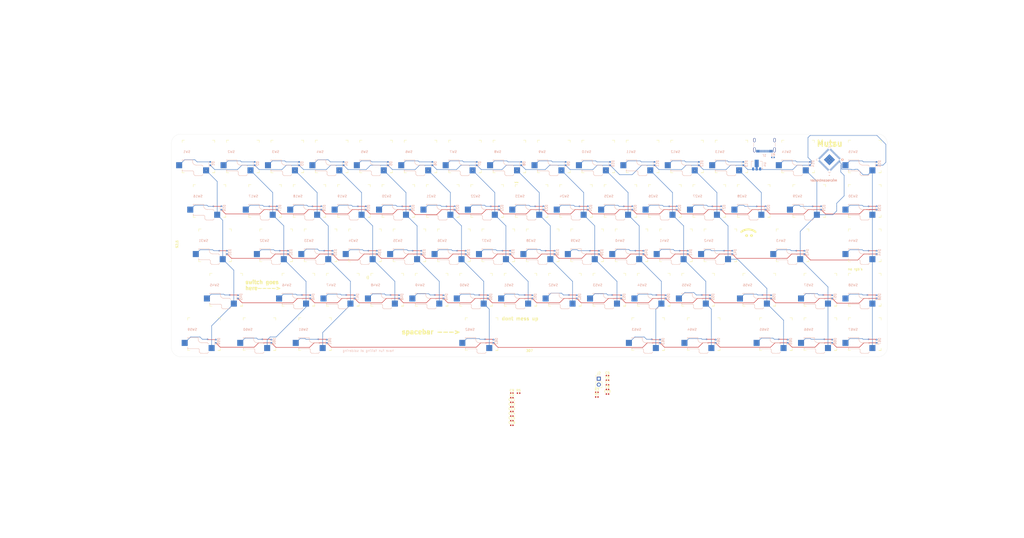
<source format=kicad_pcb>
(kicad_pcb (version 20241229) (generator "pcbnew") (generator_version "9.0")
  (layers (0 "F.Cu" signal) (2 "B.Cu" signal) (13 "F.Paste" user) (15 "B.Paste" user) (5 "F.SilkS" user "F.Silkscreen") (7 "B.SilkS" user "B.Silkscreen") (1 "F.Mask" user) (3 "B.Mask" user) (25 "Edge.Cuts" user))
  (net 0 "")
  (net 1 "Net-(D1-A)")
  (net 2 "row1")
  (net 3 "Net-(D2-A)")
  (net 4 "Net-(D3-A)")
  (net 5 "Net-(D4-A)")
  (net 6 "Net-(D5-A)")
  (net 7 "Net-(D6-A)")
  (net 8 "Net-(D7-A)")
  (net 9 "Net-(D8-A)")
  (net 10 "Net-(D9-A)")
  (net 11 "Net-(D10-A)")
  (net 12 "Net-(D11-A)")
  (net 13 "Net-(D12-A)")
  (net 14 "Net-(D13-A)")
  (net 15 "Net-(D14-A)")
  (net 16 "Net-(D15-A)")
  (net 17 "Net-(D16-A)")
  (net 18 "row2")
  (net 19 "Net-(D17-A)")
  (net 20 "Net-(D18-A)")
  (net 21 "Net-(D19-A)")
  (net 22 "Net-(D20-A)")
  (net 23 "Net-(D21-A)")
  (net 24 "Net-(D22-A)")
  (net 25 "Net-(D23-A)")
  (net 26 "Net-(D24-A)")
  (net 27 "Net-(D25-A)")
  (net 28 "Net-(D26-A)")
  (net 29 "Net-(D27-A)")
  (net 30 "Net-(D28-A)")
  (net 31 "Net-(D29-A)")
  (net 32 "Net-(D30-A)")
  (net 33 "Net-(D31-A)")
  (net 34 "row3")
  (net 35 "Net-(D32-A)")
  (net 36 "Net-(D33-A)")
  (net 37 "Net-(D34-A)")
  (net 38 "Net-(D35-A)")
  (net 39 "Net-(D36-A)")
  (net 40 "Net-(D37-A)")
  (net 41 "Net-(D38-A)")
  (net 42 "Net-(D39-A)")
  (net 43 "Net-(D40-A)")
  (net 44 "Net-(D41-A)")
  (net 45 "Net-(D42-A)")
  (net 46 "Net-(D43-A)")
  (net 47 "Net-(D44-A)")
  (net 48 "Net-(D45-A)")
  (net 49 "row4")
  (net 50 "Net-(D46-A)")
  (net 51 "Net-(D47-A)")
  (net 52 "Net-(D48-A)")
  (net 53 "Net-(D49-A)")
  (net 54 "Net-(D50-A)")
  (net 55 "Net-(D51-A)")
  (net 56 "Net-(D52-A)")
  (net 57 "Net-(D53-A)")
  (net 58 "Net-(D54-A)")
  (net 59 "Net-(D55-A)")
  (net 60 "Net-(D56-A)")
  (net 61 "Net-(D57-A)")
  (net 62 "Net-(D58-A)")
  (net 63 "Net-(D59-A)")
  (net 64 "row5")
  (net 65 "Net-(D60-A)")
  (net 66 "Net-(D61-A)")
  (net 67 "Net-(D62-A)")
  (net 68 "Net-(D63-A)")
  (net 69 "Net-(D64-A)")
  (net 70 "Net-(D65-A)")
  (net 71 "Net-(D66-A)")
  (net 72 "Net-(D67-A)")
  (net 73 "column2")
  (net 74 "column3")
  (net 75 "column4")
  (net 76 "column5")
  (net 77 "column6")
  (net 78 "column7")
  (net 79 "column8")
  (net 80 "column9")
  (net 81 "column10")
  (net 82 "column11")
  (net 83 "column12")
  (net 84 "column13")
  (net 85 "column14")
  (net 86 "column15")
  (net 87 "column1")
  (net 94 "GND")
  (net 111 "/VREG_AVDD")
  (net 114 "D-")
  (net 115 "D+")
  (net 116 "+5V")
  (net 119 "Net-(J1-CC2)")
  (net 121 "Net-(J1-CC1)")
  (net 125 "+3V3")
  (net 126 "+1V1")
  (net 127 "/VREG_LX")
  (net 128 "Net-(C11-Pad2)")
  (net 129 "/~{USB_BOOT}")
  (net 130 "/QSPI_SS")
  (footprint "extra footprints:Kailh_socket_PG1350" (layer "F.Cu") (at 57.15 38.1)
    (property "Reference" "SW2")
    (property "Value" "SW_SPST")
  )
  (footprint "extra footprints:Kailh_socket_PG1350" (layer "F.Cu") (at 166.6875 76.2)
    (property "Reference" "SW37")
    (property "Value" "SW_SPST")
  )
  (footprint "extra footprints:Kailh_socket_PG1350" (layer "F.Cu") (at 304.8 114.3)
    (property "Reference" "SW66")
    (property "Value" "SW_SPST")
  )
  (footprint "Capacitor_SMD:C_0402_1005Metric" (layer "F.Cu") (at 213.52 138.01)
    (property "Reference" "C8")
    (property "Value" "1u")
  )
  (footprint "Capacitor_SMD:C_0402_1005Metric" (layer "F.Cu") (at 172.5 153.38)
    (property "Reference" "C18")
    (property "Value" "100n")
  )
  (footprint "extra footprints:Kailh_socket_PG1350" (layer "F.Cu") (at 80.9625 95.25)
    (property "Reference" "SW46")
    (property "Value" "SW_SPST")
  )
  (footprint "Capacitor_SMD:C_0402_1005Metric" (layer "F.Cu") (at 172.5 141.56)
    (property "Reference" "C9")
    (property "Value" "100n")
  )
  (footprint "extra footprints:Kailh_socket_PG1350" (layer "F.Cu") (at 209.55 38.1)
    (property "Reference" "SW10")
    (property "Value" "SW_SPST")
  )
  (footprint "extra footprints:Kailh_socket_PG1350" (layer "F.Cu") (at 233.3625 95.25)
    (property "Reference" "SW54")
    (property "Value" "SW_SPST")
  )
  (footprint "Resistor_SMD:R_0402_1005Metric" (layer "F.Cu") (at 175.39 139.6)
    (property "Reference" "R5")
    (property "Value" "33")
  )
  (footprint "Capacitor_SMD:C_0402_1005Metric" (layer "F.Cu") (at 213.52 136.04)
    (property "Reference" "C7")
    (property "Value" "100n")
  )
  (footprint "extra footprints:Kailh_socket_PG1350" (layer "F.Cu") (at 185.7375 76.2)
    (property "Reference" "SW38")
    (property "Value" "SW_SPST")
  )
  (footprint "extra footprints:Kailh_socket_PG1350" (layer "F.Cu") (at 109.5375 76.2)
    (property "Reference" "SW34")
    (property "Value" "SW_SPST")
  )
  (footprint "extra footprints:Kailh_socket_PG1350" (layer "F.Cu") (at 219.075 57.15)
    (property "Reference" "SW25")
    (property "Value" "SW_SPST")
  )
  (footprint "extra footprints:Kailh_socket_PG1350" (layer "F.Cu") (at 161.925 57.15)
    (property "Reference" "SW22")
    (property "Value" "SW_SPST")
  )
  (footprint "extra footprints:Kailh_socket_PG1350" (layer "F.Cu") (at 85.725 57.15)
    (property "Reference" "SW18")
    (property "Value" "SW_SPST")
  )
  (footprint "extra footprints:Kailh_socket_PG1350" (layer "F.Cu") (at 323.85 38.1)
    (property "Reference" "SW15")
    (property "Value" "SW_SPST")
  )
  (footprint "extra footprints:Kailh_socket_PG1350" (layer "F.Cu") (at 66.675 57.15)
    (property "Reference" "SW17")
    (property "Value" "SW_SPST")
  )
  (footprint "extra footprints:Kailh_socket_PG1350" (layer "F.Cu") (at 95.25 38.1)
    (property "Reference" "SW4")
    (property "Value" "SW_SPST")
  )
  (footprint "extra footprints:Kailh_socket_PG1350" (layer "F.Cu") (at 257.175 57.15)
    (property "Reference" "SW27")
    (property "Value" "SW_SPST")
  )
  (footprint "extra footprints:Kailh_socket_PG1350" (layer "F.Cu") (at 100.0125 95.25)
    (property "Reference" "SW47")
    (property "Value" "SW_SPST")
  )
  (footprint "Capacitor_SMD:C_0402_1005Metric" (layer "F.Cu") (at 213.52 134.07)
    (property "Reference" "C6")
    (property "Value" "100n")
  )
  (footprint "extra footprints:Kailh_socket_PG1350" (layer "F.Cu") (at 242.8875 76.2)
    (property "Reference" "SW41")
    (property "Value" "SW_SPST")
  )
  (footprint "Capacitor_SMD:C_0402_1005Metric" (layer "F.Cu") (at 213.52 139.98)
    (property "Reference" "C10")
    (property "Value" "1u")
  )
  (footprint "extra footprints:Kailh_socket_PG1350" (layer "F.Cu") (at 76.2 38.1)
    (property "Reference" "SW3")
    (property "Value" "SW_SPST")
  )
  (footprint "Capacitor_SMD:C_0402_1005Metric" (layer "F.Cu") (at 172.5 151.41)
    (property "Reference" "C15")
    (property "Value" "100n")
  )
  (footprint "extra footprints:Kailh_socket_PG1350" (layer "F.Cu") (at 64.29375 114.3)
    (property "Reference" "SW60")
    (property "Value" "SW_SPST")
  )
  (footprint "Capacitor_SMD:C_0402_1005Metric" (layer "F.Cu") (at 172.5 149.44)
    (property "Reference" "C14")
    (property "Value" "100n")
  )
  (footprint "Capacitor_SMD:C_0402_1005Metric" (layer "F.Cu") (at 172.5 143.53)
    (property "Reference" "C11")
    (property "Value" "100n")
  )
  (footprint "extra footprints:Kailh_socket_PG1350" (layer "F.Cu") (at 171.45 38.1)
    (property "Reference" "SW8")
    (property "Value" "SW_SPST")
  )
  (footprint "extra footprints:Kailh_socket_PG1350" (layer "F.Cu") (at 45.24375 76.2)
    (property "Reference" "SW31")
    (property "Value" "SW_SPST")
  )
  (footprint "extra footprints:Kailh_socket_PG1350" (layer "F.Cu") (at 230.98125 114.3)
    (property "Reference" "SW63")
    (property "Value" "SW_SPST")
  )
  (footprint "extra footprints:Kailh_socket_PG1350" (layer "F.Cu") (at 152.4 38.1)
    (property "Reference" "SW7")
    (property "Value" "SW_SPST")
  )
  (footprint "extra footprints:Kailh_socket_PG1350" (layer "F.Cu") (at 292.89375 76.2)
    (property "Reference" "SW43")
    (property "Value" "SW_SPST")
  )
  (footprint "Connector_PinHeader_2.54mm:PinHeader_1x02_P2.54mm_Vertical" (layer "F.Cu") (at 209.79 133.41)
    (property "Reference" "J2")
    (property "Value" "Conn_01x02")
  )
  (footprint "extra footprints:Kailh_socket_PG1350" (layer "F.Cu") (at 261.9375 76.2)
    (property "Reference" "SW42")
    (property "Value" "SW_SPST")
  )
  (footprint "extra footprints:Kailh_socket_PG1350" (layer "F.Cu") (at 114.3 38.1)
    (property "Reference" "SW5")
    (property "Value" "SW_SPST")
  )
  (footprint "extra footprints:Kailh_socket_PG1350" (layer "F.Cu") (at 38.1 38.1)
    (property "Reference" "SW1")
    (property "Value" "SW_SPST")
  )
  (footprint "extra footprints:Kailh_socket_PG1350" (layer "F.Cu") (at 71.4375 76.2)
    (property "Reference" "SW32")
    (property "Value" "SW_SPST")
  )
  (footprint "extra footprints:Kailh_socket_PG1350" (layer "F.Cu") (at 266.7 38.1)
    (property "Reference" "SW13")
    (property "Value" "SW_SPST")
  )
  (footprint "extra footprints:Kailh_socket_PG1350" (layer "F.Cu") (at 204.7875 76.2)
    (property "Reference" "SW39")
    (property "Value" "SW_SPST")
  )
  (footprint "extra footprints:Kailh_socket_PG1350" (layer "F.Cu") (at 40.48125 114.3)
    (property "Reference" "SW59")
    (property "Value" "SW_SPST")
  )
  (footprint "extra footprints:Kailh_socket_PG1350" (layer "F.Cu") (at 190.5 38.1)
    (property "Reference" "SW9")
    (property "Value" "SW_SPST")
  )
  (footprint "extra footprints:Kailh_socket_PG1350" (layer "F.Cu") (at 123.825 57.15)
    (property "Reference" "SW20")
    (property "Value" "SW_SPST")
  )
  (footprint "extra footprints:Kailh_socket_PG1350" (layer "F.Cu") (at 323.85 76.2)
    (property "Reference" "SW44")
    (property "Value" "SW_SPST")
  )
  (footprint "extra footprints:Kailh_socket_PG1350" (layer "F.Cu") (at 159.54375 114.3)
    (property "Reference" "SW62")
    (property "Value" "SW_SPST")
  )
  (footprint "extra footprints:Kailh_socket_PG1350" (layer "F.Cu") (at 176.2125 95.25)
    (property "Reference" "SW51")
    (property "Value" "SW_SPST")
  )
  (footprint "extra footprints:Kailh_socket_PG1350" (layer "F.Cu") (at 228.6 38.1)
    (property "Reference" "SW11")
    (property "Value" "SW_SPST")
  )
  (footprint "Capacitor_SMD:C_0402_1005Metric" (layer "F.Cu") (at 172.5 147.47)
    (property "Reference" "C13")
    (property "Value" "100n")
  )
  (footprint "extra footprints:Kailh_socket_PG1350" (layer "F.Cu") (at 295.275 38.1)
    (property "Reference" "SW14")
    (property "Value" "SW_SPST")
  )
  (footprint "extra footprints:Kailh_socket_PG1350" (layer "F.Cu") (at 238.125 57.15)
    (property "Reference" "SW26")
    (property "Value" "SW_SPST")
  )
  (footprint "extra footprints:Kailh_socket_PG1350" (layer "F.Cu") (at 104.775 57.15)
    (property "Reference" "SW19")
    (property "Value" "SW_SPST")
  )
  (footprint "extra footprints:Kailh_socket_PG1350" (layer "F.Cu") (at 323.85 57.15)
    (property "Reference" "SW30")
    (property "Value" "SW_SPST")
  )
  (footprint "Capacitor_SMD:C_0402_1005Metric" (layer "F.Cu") (at 172.5 139.59)
    (property "Reference" "C9")
    (property "Value" "100n")
  )
  (footprint "extra footprints:Kailh_socket_PG1350" (layer "F.Cu") (at 157.1625 95.25)
    (property "Reference" "SW50")
    (property "Value" "SW_SPST")
  )
  (footprint "Capacitor_SMD:C_0402_1005Metric" (layer "F.Cu") (at 213.52 132.1)
    (property "Reference" "C5")
    (property "Value" "100n")
  )
  (footprint "extra footprints:Kailh_socket_PG1350" (layer "F.Cu") (at 119.0625 95.25)
    (property "Reference" "SW48")
    (property "Value" "SW_SPST")
  )
  (footprint "Resistor_SMD:R_0402_1005Metric" (layer "F.Cu") (at 208.95 141.24)
    (property "Reference" "R4")
    (property "Value" "DNF")
  )
  (footprint "extra footprints:Kailh_socket_PG1350" (layer "F.Cu") (at 223.8375 76.2)
    (property "Reference" "SW40")
    (property "Value" "SW_SPST")
  )
  (footprint "extra footprints:Kailh_socket_PG1350" (layer "F.Cu") (at 323.85 95.25)
    (property "Reference" "SW58")
    (property "Value" "SW_SPST")
  )
  (footprint "extra footprints:Kailh_socket_PG1350" (layer "F.Cu") (at 128.5875 76.2)
    (property "Reference" "SW35")
    (property "Value" "SW_SPST")
  )
  (footprint "Capacitor_SMD:C_0402_1005Metric" (layer "F.Cu") (at 172.5 145.5)
    (property "Reference" "C12")
    (property "Value" "100n")
  )
  (footprint "extra footprints:Kailh_socket_PG1350" (layer "F.Cu") (at 285.75 114.3)
    (property "Reference" "SW65")
    (property "Value" "SW_SPST")
  )
  (footprint "Resistor_SMD:R_0402_1005Metric" (layer "F.Cu") (at 208.95 139.25)
    (property "Reference" "R3")
    (property "Value" "1k")
  )
  (footprint "extra footprints:Kailh_socket_PG1350" (layer "F.Cu") (at 88.10625 114.3)
    (property "Reference" "SW61")
    (property "Value" "SW_SPST")
  )
  (footprint "extra footprints:Kailh_socket_PG1350" (layer "F.Cu") (at 300.0375 57.15)
    (property "Reference" "SW29")
    (property "Value" "SW_SPST")
  )
  (footprint "extra footprints:Kailh_socket_PG1350" (layer "F.Cu") (at 142.875 57.15)
    (property "Reference" "SW21")
    (property "Value" "SW_SPST")
  )
  (footprint "extra footprints:Kailh_socket_PG1350" (layer "F.Cu") (at 195.2625 95.25)
    (property "Reference" "SW52")
    (property "Value" "SW_SPST")
  )
  (footprint "extra footprints:Kailh_socket_PG1350" (layer "F.Cu") (at 180.975 57.15)
    (property "Reference" "SW23")
    (property "Value" "SW_SPST")
  )
  (footprint "extra footprints:Kailh_socket_PG1350" (layer "F.Cu") (at 304.8 95.25)
    (property "Reference" "SW57")
    (property "Value" "SW_SPST")
  )
  (footprint "extra footprints:Kailh_socket_PG1350" (layer "F.Cu") (at 323.85 114.3)
    (property "Reference" "SW67")
    (property "Value" "SW_SPST")
  )
  (footprint "extra footprints:Kailh_socket_PG1350" (layer "F.Cu") (at 252.4125 95.25)
    (property "Reference" "SW55")
    (property "Value" "SW_SPST")
  )
  (footprint "extra footprints:Kailh_socket_PG1350" (layer "F.Cu") (at 278.60625 95.25)
    (property "Reference" "SW56")
    (property "Value" "SW_SPST")
  )
  (footprint "extra footprints:Kailh_socket_PG1350" (layer "F.Cu") (at 254.79375 114.3)
    (property "Reference" "SW64")
    (property "Value" "SW_SPST")
  )
  (footprint "extra footprints:Kailh_socket_PG1350" (layer "F.Cu") (at 200.025 57.15)
    (property "Reference" "SW24")
    (property "Value" "SW_SPST")
  )
  (footprint "extra footprints:Kailh_socket_PG1350" (layer "F.Cu") (at 147.6375 76.2)
    (property "Reference" "SW36")
    (property "Value" "SW_SPST")
  )
  (footprint "extra footprints:Kailh_socket_PG1350" (layer "F.Cu") (at 276.225 57.15)
    (property "Reference" "SW28")
    (property "Value" "SW_SPST")
  )
  (footprint "extra footprints:Kailh_socket_PG1350" (layer "F.Cu") (at 50.00625 95.25)
    (property "Reference" "SW45")
    (property "Value" "SW_SPST")
  )
  (footprint "extra footprints:Kailh_socket_PG1350" (layer "F.Cu") (at 214.3125 95.25)
    (property "Reference" "SW53")
    (property "Value" "SW_SPST")
  )
  (footprint "extra footprints:Kailh_socket_PG1350" (layer "F.Cu") (at 133.35 38.1)
    (property "Reference" "SW6")
    (property "Value" "SW_SPST")
  )
  (footprint "extra footprints:Kailh_socket_PG1350" (layer "F.Cu") (at 42.8625 57.15)
    (property "Reference" "SW16")
    (property "Value" "SW_SPST")
  )
  (footprint "extra footprints:Kailh_socket_PG1350" (layer "F.Cu") (at 90.4875 76.2)
    (property "Reference" "SW33")
    (property "Value" "SW_SPST")
  )
  (footprint "extra footprints:Kailh_socket_PG1350" (layer "F.Cu") (at 138.1125 95.25)
    (property "Reference" "SW49")
    (property "Value" "SW_SPST")
  )
  (footprint "extra footprints:Kailh_socket_PG1350" (layer "F.Cu") (at 247.65 38.1)
    (property "Reference" "SW12")
    (property "Value" "SW_SPST")
  )
  (footprint "Resistor_SMD:R_0402_1005Metric" (layer "B.Cu") (at 284.49 38.5 180)
    (property "Reference" "R1")
    (property "Value" "5.1k")
  )
  (footprint "Diode_SMD:D_SOD-523" (layer "B.Cu") (at 252.73 41.13 90)
    (property "Reference" "D12")
    (property "Value" "1N4148WT")
  )
  (footprint "Diode_SMD:D_SOD-523" (layer "B.Cu") (at 209.8675 79.23 90)
    (property "Reference" "D39")
    (property "Value" "1N4148WT")
  )
  (footprint "Diode_SMD:D_SOD-523" (layer "B.Cu") (at 45.56125 117.33 90)
    (property "Reference" "D59")
    (property "Value" "1N4148WT")
  )
  (footprint "Diode_SMD:D_SOD-523" (layer "B.Cu") (at 81.28 41.13 90)
    (property "Reference" "D3")
    (property "Value" "1N4148WT")
  )
  (footprint "Diode_SMD:D_SOD-523" (layer "B.Cu") (at 50.32375 79.23 90)
    (property "Reference" "D31")
    (property "Value" "1N4148WT")
  )
  (footprint "Diode_SMD:D_SOD-523" (layer "B.Cu") (at 128.905 60.18 90)
    (property "Reference" "D20")
    (property "Value" "1N4148WT")
  )
  (footprint "Diode_SMD:D_SOD-523" (layer "B.Cu") (at 133.6675 79.23 90)
    (property "Reference" "D35")
    (property "Value" "1N4148WT")
  )
  (footprint "Diode_SMD:D_SOD-523" (layer "B.Cu") (at 152.7175 79.23 90)
    (property "Reference" "D36")
    (property "Value" "1N4148WT")
  )
  (footprint "Diode_SMD:D_SOD-523" (layer "B.Cu") (at 236.06125 117.33 90)
    (property "Reference" "D63")
    (property "Value" "1N4148WT")
  )
  (footprint "Diode_SMD:D_SOD-523" (layer "B.Cu") (at 71.755 60.18 90)
    (property "Reference" "D17")
    (property "Value" "1N4148WT")
  )
  (footprint "Diode_SMD:D_SOD-523" (layer "B.Cu") (at 100.33 41.13 90)
    (property "Reference" "D4")
    (property "Value" "1N4148WT")
  )
  (footprint "Diode_SMD:D_SOD-523" (layer "B.Cu") (at 290.83 117.33 90)
    (property "Reference" "D65")
    (property "Value" "1N4148WT")
  )
  (footprint "Diode_SMD:D_SOD-523" (layer "B.Cu") (at 93.18625 117.33 90)
    (property "Reference" "D61")
    (property "Value" "1N4148WT")
  )
  (footprint "Diode_SMD:D_SOD-523" (layer "B.Cu") (at 233.68 41.13 90)
    (property "Reference" "D11")
    (property "Value" "1N4148WT")
  )
  (footprint "Diode_SMD:D_SOD-523" (layer "B.Cu") (at 219.3925 98.28 90)
    (property "Reference" "D53")
    (property "Value" "1N4148WT")
  )
  (footprint "Diode_SMD:D_SOD-523" (layer "B.Cu") (at 176.53 41.13 90)
    (property "Reference" "D8")
    (property "Value" "1N4148WT")
  )
  (footprint "Diode_SMD:D_SOD-523" (layer "B.Cu") (at 305.1175 60.18 90)
    (property "Reference" "D29")
    (property "Value" "1N4148WT")
  )
  (footprint "Diode_SMD:D_SOD-523" (layer "B.Cu") (at 328.93 117.33 90)
    (property "Reference" "D67")
    (property "Value" "1N4148WT")
  )
  (footprint "Diode_SMD:D_SOD-523" (layer "B.Cu") (at 76.5175 79.23 90)
    (property "Reference" "D32")
    (property "Value" "1N4148WT")
  )
  (footprint "Diode_SMD:D_SOD-523" (layer "B.Cu") (at 259.87375 117.33 90)
    (property "Reference" "D64")
    (property "Value" "1N4148WT")
  )
  (footprint "Diode_SMD:D_SOD-523" (layer "B.Cu") (at 164.62375 117.33 90)
    (property "Reference" "D62")
    (property "Value" "1N4148WT")
  )
  (footprint "Diode_SMD:D_SOD-523" (layer "B.Cu") (at 167.005 60.18 90)
    (property "Reference" "D22")
    (property "Value" "1N4148WT")
  )
  (footprint "Diode_SMD:D_SOD-523" (layer "B.Cu") (at 309.88 98.28 90)
    (property "Reference" "D57")
    (property "Value" "1N4148WT")
  )
  (footprint "Diode_SMD:D_SOD-523" (layer "B.Cu") (at 69.37375 117.33 90)
    (property "Reference" "D60")
    (property "Value" "1N4148WT")
  )
  (footprint "Diode_SMD:D_SOD-523" (layer "B.Cu") (at 267.0175 79.23 90)
    (property "Reference" "D42")
    (property "Value" "1N4148WT")
  )
  (footprint "Diode_SMD:D_SOD-523" (layer "B.Cu") (at 109.855 60.18 90)
    (property "Reference" "D19")
    (property "Value" "1N4148WT")
  )
  (footprint "Diode_SMD:D_SOD-523" (layer "B.Cu") (at 271.78 41.13 90)
    (property "Reference" "D13")
    (property "Value" "1N4148WT")
  )
  (footprint "Diode_SMD:D_SOD-523" (layer "B.Cu") (at 328.93 79.23 90)
    (property "Reference" "D44")
    (property "Value" "1N4148WT")
  )
  (footprint "Diode_SMD:D_SOD-523" (layer "B.Cu") (at 105.0925 98.28 90)
    (property "Reference" "D47")
    (property "Value" "1N4148WT")
  )
  (footprint "extra footprints:RP2350A_QFN-60_EP_7.75x7.75_Pitch0.4mm" (layer "B.Cu") (at 308.696878 39.5 135)
    (property "Reference" "U1" (hide yes))
    (property "Value" "RP2350A-QFN60" (hide yes))
  )
  (footprint "Diode_SMD:D_SOD-523" (layer "B.Cu") (at 47.9425 60.18 90)
    (property "Reference" "D16")
    (property "Value" "1N4148WT")
  )
  (footprint "Diode_SMD:D_SOD-523" (layer "B.Cu") (at 95.5675 79.23 90)
    (property "Reference" "D33")
    (property "Value" "1N4148WT")
  )
  (footprint "Diode_SMD:D_SOD-523" (layer "B.Cu") (at 328.93 41.13 90)
    (property "Reference" "D15")
    (property "Value" "1N4148WT")
  )
  (footprint "Diode_SMD:D_SOD-523" (layer "B.Cu") (at 224.155 60.18 90)
    (property "Reference" "D25")
    (property "Value" "1N4148WT")
  )
  (footprint "Diode_SMD:D_SOD-523" (layer "B.Cu") (at 138.43 41.13 90)
    (property "Reference" "D6")
    (property "Value" "1N4148WT")
  )
  (footprint "Diode_SMD:D_SOD-523" (layer "B.Cu") (at 186.055 60.18 90)
    (property "Reference" "D23")
    (property "Value" "1N4148WT")
  )
  (footprint "Diode_SMD:D_SOD-523" (layer "B.Cu") (at 205.105 60.18 90)
    (property "Reference" "D24")
    (property "Value" "1N4148WT")
  )
  (footprint "Diode_SMD:D_SOD-523" (layer "B.Cu") (at 195.58 41.13 90)
    (property "Reference" "D9")
    (property "Value" "1N4148WT")
  )
  (footprint "Diode_SMD:D_SOD-523" (layer "B.Cu") (at 281.305 60.18 90)
    (property "Reference" "D28")
    (property "Value" "1N4148WT")
  )
  (footprint "Diode_SMD:D_SOD-523" (layer "B.Cu") (at 257.4925 98.28 90)
    (property "Reference" "D55")
    (property "Value" "1N4148WT")
  )
  (footprint "Diode_SMD:D_SOD-523" (layer "B.Cu") (at 328.93 60.18 90)
    (property "Reference" "D30")
    (property "Value" "1N4148WT")
  )
  (footprint "Diode_SMD:D_SOD-523" (layer "B.Cu") (at 247.9675 79.23 90)
    (property "Reference" "D41")
    (property "Value" "1N4148WT")
  )
  (footprint "Diode_SMD:D_SOD-523" (layer "B.Cu") (at 119.38 41.13 90)
    (property "Reference" "D5")
    (property "Value" "1N4148WT")
  )
  (footprint "Diode_SMD:D_SOD-523" (layer "B.Cu") (at 147.955 60.18 90)
    (property "Reference" "D21")
    (property "Value" "1N4148WT")
  )
  (footprint "Diode_SMD:D_SOD-523" (layer "B.Cu") (at 62.23 41.13 90)
    (property "Reference" "D2")
    (property "Value" "1N4148WT")
  )
  (footprint "Diode_SMD:D_SOD-523" (layer "B.Cu") (at 124.1425 98.28 90)
    (property "Reference" "D48")
    (property "Value" "1N4148WT")
  )
  (footprint "Diode_SMD:D_SOD-523" (layer "B.Cu") (at 86.0425 98.28 90)
    (property "Reference" "D46")
    (property "Value" "1N4148WT")
  )
  (footprint "Diode_SMD:D_SOD-523" (layer "B.Cu") (at 114.6175 79.23 90)
    (property "Reference" "D34")
    (property "Value" "1N4148WT")
  )
  (footprint "Diode_SMD:D_SOD-523" (layer "B.Cu") (at 300.355 41.13 90)
    (property "Reference" "D14")
    (property "Value" "1N4148WT")
  )
  (footprint "Diode_SMD:D_SOD-523" (layer "B.Cu") (at 262.255 60.18 90)
    (property "Reference" "D27")
    (property "Value" "1N4148WT")
  )
  (footprint "Diode_SMD:D_SOD-523" (layer "B.Cu") (at 90.805 60.18 90)
    (property "Reference" "D18")
    (property "Value" "1N4148WT")
  )
  (footprint "Diode_SMD:D_SOD-523" (layer "B.Cu") (at 214.63 41.13 90)
    (property "Reference" "D10")
    (property "Value" "1N4148WT")
  )
  (footprint "Diode_SMD:D_SOD-523" (layer "B.Cu") (at 55.08625 98.28 90)
    (property "Reference" "D45")
    (property "Value" "1N4148WT")
  )
  (footprint "Diode_SMD:D_SOD-523" (layer "B.Cu") (at 309.88 117.33 90)
    (property "Reference" "D66")
    (property "Value" "1N4148WT")
  )
  (footprint "Diode_SMD:D_SOD-523" (layer "B.Cu") (at 238.4425 98.28 90)
    (property "Reference" "D54")
    (property "Value" "1N4148WT")
  )
  (footprint "Diode_SMD:D_SOD-523" (layer "B.Cu") (at 143.1925 98.28 90)
    (property "Reference" "D49")
    (property "Value" "1N4148WT")
  )
  (footprint "Diode_SMD:D_SOD-523" (layer "B.Cu") (at 200.3425 98.28 90)
    (property "Reference" "D52")
    (property "Value" "1N4148WT")
  )
  (footprint "Diode_SMD:D_SOD-523" (layer "B.Cu") (at 162.2425 98.28 90)
    (property "Reference" "D50")
    (property "Value" "1N4148WT")
  )
  (footprint "Diode_SMD:D_SOD-523" (layer "B.Cu") (at 171.7675 79.23 90)
    (property "Reference" "D37")
    (property "Value" "1N4148WT")
  )
  (footprint "Diode_SMD:D_SOD-523" (layer "B.Cu") (at 157.48 41.13 90)
    (property "Reference" "D7")
    (property "Value" "1N4148WT")
  )
  (footprint "Diode_SMD:D_SOD-523" (layer "B.Cu") (at 243.205 60.18 90)
    (property "Reference" "D26")
    (property "Value" "1N4148WT")
  )
  (footprint "Diode_SMD:D_SOD-523" (layer "B.Cu") (at 228.9175 79.23 90)
    (property "Reference" "D40")
    (property "Value" "1N4148WT")
  )
  (footprint "Connector_USB:USB_C_Receptacle_GCT_USB4105-xx-A_16P_TopMnt_Horizontal" (layer "B.Cu") (at 280.85 32.16)
    (property "Reference" "J1")
    (property "Value" "USB_C_Receptacle_USB2.0_16P" (hide yes))
  )
  (footprint "Diode_SMD:D_SOD-523" (layer "B.Cu") (at 190.8175 79.23 90)
    (property "Reference" "D38")
    (property "Value" "1N4148WT")
  )
  (footprint "Package_TO_SOT_SMD:SOT-89-3" (layer "B.Cu") (at 277.5 41.5 90)
    (property "Reference" "U4")
    (property "Value" "AP2205-33Y-13")
  )
  (footprint "Diode_SMD:D_SOD-523" (layer "B.Cu") (at 328.93 98.28 90)
    (property "Reference" "D58")
    (property "Value" "1N4148WT")
  )
  (footprint "Diode_SMD:D_SOD-523" (layer "B.Cu") (at 181.2925 98.28 90)
    (property "Reference" "D51")
    (property "Value" "1N4148WT")
  )
  (footprint "Diode_SMD:D_SOD-523" (layer "B.Cu") (at 297.97375 79.23 90)
    (property "Reference" "D43")
    (property "Value" "1N4148WT")
  )
  (footprint "Diode_SMD:D_SOD-523" (layer "B.Cu") (at 283.68625 98.28 90)
    (property "Reference" "D56")
    (property "Value" "1N4148WT")
  )
  (footprint "Diode_SMD:D_SOD-523" (layer "B.Cu") (at 43.18 41.13 90)
    (property "Reference" "D1")
    (property "Value" "1N4148wt")
  )
  (gr_arc (start 26.5 32.5) (mid 27.671573 29.671573) (end 30.5 28.5) (stroke (width 0.05)) (layer "Edge.Cuts"))
  (gr_line (start 329.5 124) (end 30.5 124) (stroke (width 0.05)) (layer "Edge.Cuts"))
  (gr_line (start 26.5 32.5) (end 26.5 120) (stroke (width 0.05)) (layer "Edge.Cuts"))
  (gr_arc (start 30.5 124) (mid 27.671573 122.828427) (end 26.5 120) (stroke (width 0.05)) (layer "Edge.Cuts"))
  (gr_line (start 333.5 32.5) (end 333.5 120) (stroke (width 0.05)) (layer "Edge.Cuts"))
  (gr_arc (start 329.5 28.5) (mid 332.328427 29.671573) (end 333.5 32.5) (stroke (width 0.05)) (layer "Edge.Cuts"))
  (gr_line (start 30.5 28.5) (end 329.5 28.5) (stroke (width 0.05)) (layer "Edge.Cuts"))
  (gr_arc (start 333.5 120) (mid 332.328427 122.828427) (end 329.5 124) (stroke (width 0.05)) (layer "Edge.Cuts"))
  (gr_text "Mutsu" (at 303 34 0) (layer "F.SilkS") (effects (font (size 2.5 2.5) (thickness 0.6) (bold yes)) (justify left bottom)))
  (gr_text "dont mess up" (at 168 108.5 0) (layer "F.SilkS") (effects (font (size 1.5 1.5) (thickness 0.3) (bold yes)) (justify left bottom)))
  (gr_text ":)" (at 276 73.5 90) (layer "F.SilkS") (effects (font (size 4 4) (thickness 0.8) (bold yes)) (justify left bottom)))
  (gr_text "spacebar --->" (at 125 114.5 0) (layer "F.SilkS") (effects (font (size 2 2) (thickness 0.5) (bold yes)) (justify left bottom)))
  (gr_text ":)" (at 110 90.5 0) (layer "F.SilkS") (effects (font (size 1 1) (thickness 0.2) (bold yes)) (justify left bottom)))
  (gr_text "307" (at 178.5 122 0) (layer "F.SilkS") (effects (font (size 1 1) (thickness 0.2) (bold yes)) (justify left bottom)))
  (gr_text "no rgb's" (at 316.5 87 0) (layer "F.SilkS") (effects (font (size 1 1) (thickness 0.2) (bold yes)) (justify left bottom)))
  (gr_text "hehe" (at 173.5 49.5 0) (layer "F.SilkS") (effects (font (size 0.5 0.5) (thickness 0.125) (bold yes)) (justify left bottom)))
  (gr_text "switch goes\nhere---->" (at 58 95.5 0) (layer "F.SilkS") (effects (font (size 1.6 1.6) (thickness 0.4) (bold yes)) (justify left bottom)))
  (gr_text "92.5" (at 29.5 77.5 90) (layer "F.SilkS") (effects (font (size 1 1) (thickness 0.2) (bold yes)) (justify left bottom)))
  (gr_text "have fun failing at soldering" (at 122 122 0) (layer "B.SilkS") (effects (font (size 1 1) (thickness 0.1)) (justify left bottom mirror)))
  (gr_text "    ^\nmicrocontroller\n" (at 312.16 48.92 -0) (layer "B.SilkS") (effects (font (size 1 1) (thickness 0.25) (bold yes)) (justify left bottom mirror)))
  (segment (start 36.578942 39.5) (end 37.508942 40.43) (width 0.2) (layer "B.Cu") (net 1))
  (segment (start 32.175 39.5) (end 36.578942 39.5) (width 0.2) (layer "B.Cu") (net 1))
  (segment (start 29.825 41.85) (end 32.175 39.5) (width 0.2) (layer "B.Cu") (net 1))
  (segment (start 37.508942 40.43) (end 43.18 40.43) (width 0.2) (layer "B.Cu") (net 1))
  (segment (start 266.302291 41.83) (end 271.78 41.83) (width 0.2) (layer "B.Cu") (net 2))
  (segment (start 264.431291 43.701) (end 266.302291 41.83) (width 0.2) (layer "B.Cu") (net 2))
  (segment (start 254.601 43.701) (end 264.431291 43.701) (width 0.2) (layer "B.Cu") (net 2))
  (segment (start 235.551 43.701) (end 245.381291 43.701) (width 0.2) (layer "B.Cu") (net 2))
  (segment (start 92.981291 43.701) (end 94.852291 41.83) (width 0.2) (layer "B.Cu") (net 2))
  (segment (start 301 40.083032) (end 301 40.024743) (width 0.2) (layer "B.Cu") (net 2))
  (segment (start 64.101 43.701) (end 73.931291 43.701) (width 0.2) (layer "B.Cu") (net 2))
  (segment (start 159.351 43.701) (end 168.299 43.701) (width 0.2) (layer "B.Cu") (net 2))
  (segment (start 331.67 41.83) (end 328.93 41.83) (width 0.2) (layer "B.Cu") (net 2))
  (segment (start 45.051 43.701) (end 54.881291 43.701) (width 0.2) (layer "B.Cu") (net 2))
  (segment (start 299.5 38.524743) (end 299.5 30) (width 0.2) (layer "B.Cu") (net 2))
  (segment (start 197.451 43.701) (end 207.281291 43.701) (width 0.2) (layer "B.Cu") (net 2))
  (segment (start 178.401 43.701) (end 186.872842 43.701) (width 0.2) (layer "B.Cu") (net 2))
  (segment (start 94.852291 41.83) (end 100.33 41.83) (width 0.2) (layer "B.Cu") (net 2))
  (segment (start 294.877291 41.83) (end 300.355 41.83) (width 0.2) (layer "B.Cu") (net 2))
  (segment (start 300.399 29.101) (end 329.101 29.101) (width 0.2) (layer "B.Cu") (net 2))
  (segment (start 119.38 41.83) (end 121.251 43.701) (width 0.2) (layer "B.Cu") (net 2))
  (segment (start 224.131291 45.901) (end 228.202291 41.83) (width 0.2) (layer "B.Cu") (net 2))
  (segment (start 157.48 41.83) (end 159.351 43.701) (width 0.2) (layer "B.Cu") (net 2))
  (segment (start 43.18 41.83) (end 45.051 43.701) (width 0.2) (layer "B.Cu") (net 2))
  (segment (start 300.355 41.83) (end 300.355 41.645) (width 0.2) (layer "B.Cu") (net 2))
  (segment (start 176.53 41.83) (end 178.401 43.701) (width 0.2) (layer "B.Cu") (net 2))
  (segment (start 209.152291 41.83) (end 214.63 41.83) (width 0.2) (layer "B.Cu") (net 2))
  (segment (start 214.63 41.83) (end 218.701 45.901) (width 0.2) (layer "B.Cu") (net 2))
  (segment (start 168.299 43.701) (end 170.17 41.83) (width 0.2) (layer "B.Cu") (net 2))
  (segment (start 301.006 40.089032) (end 301 40.083032) (width 0.2) (layer "B.Cu") (net 2))
  (segment (start 121.251 43.701) (end 131.081291 43.701) (width 0.2) (layer "B.Cu") (net 2))
  (segment (start 195.58 41.83) (end 197.451 43.701) (width 0.2) (layer "B.Cu") (net 2))
  (segment (start 148.799 43.701) (end 150.67 41.83) (width 0.2) (layer "B.Cu") (net 2))
  (segment (start 111.937709 41.83) (end 119.38 41.83) (width 0.2) (layer "B.Cu") (net 2))
  (segment (start 247.252291 41.83) (end 252.73 41.83) (width 0.2) (layer "B.Cu") (net 2))
  (segment (start 83.151 43.701) (end 92.981291 43.701) (width 0.2) (layer "B.Cu") (net 2))
  (segment (start 62.23 41.83) (end 64.101 43.701) (width 0.2) (layer "B.Cu") (net 2))
  (segment (start 218.701 45.901) (end 224.131291 45.901) (width 0.2) (layer "B.Cu") (net 2))
  (segment (start 301.006 40.770968) (end 301.006 40.089032) (width 0.2) (layer "B.Cu") (net 2))
  (segment (start 131.081291 43.701) (end 132.952291 41.83) (width 0.2) (layer "B.Cu") (net 2))
  (segment (start 271.78 41.83) (end 273.651 43.701) (width 0.2) (layer "B.Cu") (net 2))
  (segment (start 186.872842 43.701) (end 188.743842 41.83) (width 0.2) (layer "B.Cu") (net 2))
  (segment (start 301 40.024743) (end 299.5 38.524743) (width 0.2) (layer "B.Cu") (net 2))
  (segment (start 102.201 43.701) (end 110.066709 43.701) (width 0.2) (layer "B.Cu") (net 2))
  (segment (start 207.281291 43.701) (end 209.152291 41.83) (width 0.2) (layer "B.Cu") (net 2))
  (segment (start 75.802291 41.83) (end 81.28 41.83) (width 0.2) (layer "B.Cu") (net 2))
  (segment (start 56.752291 41.83) (end 62.23 41.83) (width 0.2) (layer "B.Cu") (net 2))
  (segment (start 329.101 29.101) (end 332.899 32.899) (width 0.2) (layer "B.Cu") (net 2))
  (segment (start 100.33 41.83) (end 102.201 43.701) (width 0.2) (layer "B.Cu") (net 2))
  (segment (start 252.73 41.83) (end 254.601 43.701) (width 0.2) (layer "B.Cu") (net 2))
  (segment (start 150.67 41.83) (end 157.48 41.83) (width 0.2) (layer "B.Cu") (net 2))
  (segment (start 245.381291 43.701) (end 247.252291 41.83) (width 0.2) (layer "B.Cu") (net 2))
  (segment (start 138.43 41.83) (end 140.301 43.701) (width 0.2) (layer "B.Cu") (net 2))
  (segment (start 73.931291 43.701) (end 75.802291 41.83) (width 0.2) (layer "B.Cu") (net 2))
  (segment (start 299.5 30) (end 300.399 29.101) (width 0.2) (layer "B.Cu") (net 2))
  (segment (start 300.355 41.645) (end 301 41) (width 0.2) (layer "B.Cu") (net 2))
  (segment (start 233.68 41.83) (end 235.551 43.701) (width 0.2) (layer "B.Cu") (net 2))
  (segment (start 110.066709 43.701) (end 111.937709 41.83) (width 0.2) (layer "B.Cu") (net 2))
  (segment (start 293.006291 43.701) (end 294.877291 41.83) (width 0.2) (layer "B.Cu") (net 2))
  (segment (start 54.881291 43.701) (end 56.752291 41.83) (width 0.2) (layer "B.Cu") (net 2))
  (segment (start 188.743842 41.83) (end 195.58 41.83) (width 0.2) (layer "B.Cu") (net 2))
  (segment (start 228.202291 41.83) (end 233.68 41.83) (width 0.2) (layer "B.Cu") (net 2))
  (segment (start 132.952291 41.83) (end 138.43 41.83) (width 0.2) (layer "B.Cu") (net 2))
  (segment (start 332.899 32.899) (end 332.899 40.601) (width 0.2) (layer "B.Cu") (net 2))
  (segment (start 81.28 41.83) (end 83.151 43.701) (width 0.2) (layer "B.Cu") (net 2))
  (segment (start 301 41) (end 301 40.776968) (width 0.2) (layer "B.Cu") (net 2))
  (segment (start 332.899 40.601) (end 331.67 41.83) (width 0.2) (layer "B.Cu") (net 2))
  (segment (start 273.651 43.701) (end 293.006291 43.701) (width 0.2) (layer "B.Cu") (net 2))
  (segment (start 170.17 41.83) (end 176.53 41.83) (width 0.2) (layer "B.Cu") (net 2))
  (segment (start 140.301 43.701) (end 148.799 43.701) (width 0.2) (layer "B.Cu") (net 2))
  (segment (start 301 40.776968) (end 301.006 40.770968) (width 0.2) (layer "B.Cu") (net 2))
  (segment (start 50.725 40) (end 56.128942 40) (width 0.2) (layer "B.Cu") (net 3))
  (segment (start 48.875 41.85) (end 50.725 40) (width 0.2) (layer "B.Cu") (net 3))
  (segment (start 56.128942 40) (end 56.558942 40.43) (width 0.2) (layer "B.Cu") (net 3))
  (segment (start 56.558942 40.43) (end 62.23 40.43) (width 0.2) (layer "B.Cu") (net 3))
  (segment (start 67.925 41.85) (end 69.775 40) (width 0.2) (layer "B.Cu") (net 4))
  (segment (start 75.178942 40) (end 75.608942 40.43) (width 0.2) (layer "B.Cu") (net 4))
  (segment (start 69.775 40) (end 75.178942 40) (width 0.2) (layer "B.Cu") (net 4))
  (segment (start 75.608942 40.43) (end 81.28 40.43) (width 0.2) (layer "B.Cu") (net 4))
  (segment (start 94.658942 40.43) (end 100.33 40.43) (width 0.2) (layer "B.Cu") (net 5))
  (segment (start 86.975 41.85) (end 89.325 39.5) (width 0.2) (layer "B.Cu") (net 5))
  (segment (start 89.325 39.5) (end 93.728942 39.5) (width 0.2) (layer "B.Cu") (net 5))
  (segment (start 93.728942 39.5) (end 94.658942 40.43) (width 0.2) (layer "B.Cu") (net 5))
  (segment (start 107.876 39.999) (end 111.999 39.999) (width 0.2) (layer "B.Cu") (net 6))
  (segment (start 106.025 41.85) (end 107.876 39.999) (width 0.2) (layer "B.Cu") (net 6))
  (segment (start 111.999 39.999) (end 112.43 40.43) (width 0.2) (layer "B.Cu") (net 6))
  (segment (start 112.43 40.43) (end 119.38 40.43) (width 0.2) (layer "B.Cu") (net 6))
  (segment (start 125.075 41.85) (end 126.925 40) (width 0.2) (layer "B.Cu") (net 7))
  (segment (start 132.328942 40) (end 132.758942 40.43) (width 0.2) (layer "B.Cu") (net 7))
  (segment (start 132.758942 40.43) (end 138.43 40.43) (width 0.2) (layer "B.Cu") (net 7))
  (segment (start 126.925 40) (end 132.328942 40) (width 0.2) (layer "B.Cu") (net 7))
  (segment (start 144.125 41.85) (end 145.976 39.999) (width 0.2) (layer "B.Cu") (net 8))
  (segment (start 151.808942 40.43) (end 157.48 40.43) (width 0.2) (layer "B.Cu") (net 8))
  (segment (start 145.976 39.999) (end 151.377942 39.999) (width 0.2) (layer "B.Cu") (net 8))
  (segment (start 151.377942 39.999) (end 151.808942 40.43) (width 0.2) (layer "B.Cu") (net 8))
  (segment (start 170.427942 39.999) (end 170.858942 40.43) (width 0.2) (layer "B.Cu") (net 9))
  (segment (start 165.026 39.999) (end 170.427942 39.999) (width 0.2) (layer "B.Cu") (net 9))
  (segment (start 170.858942 40.43) (end 176.53 40.43) (width 0.2) (layer "B.Cu") (net 9))
  (segment (start 163.175 41.85) (end 165.026 39.999) (width 0.2) (layer "B.Cu") (net 9))
  (segment (start 189.908942 40.43) (end 195.58 40.43) (width 0.2) (layer "B.Cu") (net 10))
  (segment (start 184.076 39.999) (end 189.477942 39.999) (width 0.2) (layer "B.Cu") (net 10))
  (segment (start 189.477942 39.999) (end 189.908942 40.43) (width 0.2) (layer "B.Cu") (net 10))
  (segment (start 182.225 41.85) (end 184.076 39.999) (width 0.2) (layer "B.Cu") (net 10))
  (segment (start 208.958942 40.43) (end 214.63 40.43) (width 0.2) (layer "B.Cu") (net 11))
  (segment (start 201.275 41.85) (end 203.126 39.999) (width 0.2) (layer "B.Cu") (net 11))
  (segment (start 208.527942 39.999) (end 208.958942 40.43) (width 0.2) (layer "B.Cu") (net 11))
  (segment (start 203.126 39.999) (end 208.527942 39.999) (width 0.2) (layer "B.Cu") (net 11))
  (segment (start 222.176 39.999) (end 227.577942 39.999) (width 0.2) (layer "B.Cu") (net 12))
  (segment (start 228.008942 40.43) (end 233.68 40.43) (width 0.2) (layer "B.Cu") (net 12))
  (segment (start 227.577942 39.999) (end 228.008942 40.43) (width 0.2) (layer "B.Cu") (net 12))
  (segment (start 220.325 41.85) (end 222.176 39.999) (width 0.2) (layer "B.Cu") (net 12))
  (segment (start 246.628942 40) (end 247.058942 40.43) (width 0.2) (layer "B.Cu") (net 13))
  (segment (start 241.225 40) (end 246.628942 40) (width 0.2) (layer "B.Cu") (net 13))
  (segment (start 239.375 41.85) (end 241.225 40) (width 0.2) (layer "B.Cu") (net 13))
  (segment (start 247.058942 40.43) (end 252.73 40.43) (width 0.2) (layer "B.Cu") (net 13))
  (segment (start 264.999 39.999) (end 265.43 40.43) (width 0.2) (layer "B.Cu") (net 14))
  (segment (start 260.276 39.999) (end 264.999 39.999) (width 0.2) (layer "B.Cu") (net 14))
  (segment (start 265.43 40.43) (end 271.78 40.43) (width 0.2) (layer "B.Cu") (net 14))
  (segment (start 258.425 41.85) (end 260.276 39.999) (width 0.2) (layer "B.Cu") (net 14))
  (segment (start 287 41.85) (end 288.851 39.999) (width 0.2) (layer "B.Cu") (net 15))
  (segment (start 294.252942 39.999) (end 294.683942 40.43) (width 0.2) (layer "B.Cu") (net 15))
  (segment (start 288.851 39.999) (end 294.252942 39.999) (width 0.2) (layer "B.Cu") (net 15))
  (segment (start 294.683942 40.43) (end 300.355 40.43) (width 0.2) (layer "B.Cu") (net 15))
  (segment (start 317.425 40) (end 322.828942 40) (width 0.2) (layer "B.Cu") (net 16))
  (segment (start 323.258942 40.43) (end 328.93 40.43) (width 0.2) (layer "B.Cu") (net 16))
  (segment (start 315.575 41.85) (end 317.425 40) (width 0.2) (layer "B.Cu") (net 16))
  (segment (start 322.828942 40) (end 323.258942 40.43) (width 0.2) (layer "B.Cu") (net 16))
  (segment (start 44.5 59.5) (end 47.9225 59.5) (width 0.2) (layer "F.Cu") (net 17))
  (segment (start 47.9225 59.5) (end 47.9425 59.48) (width 0.2) (layer "F.Cu") (net 17))
  (via (at 47.9425 59.48) (size 0.6) (drill 0.3) (layers "F.Cu" "B.Cu") (net 17))
  (via (at 44.5 59.5) (size 0.6) (drill 0.3) (layers "F.Cu" "B.Cu") (net 17))
  (segment (start 41.791442 59) (end 42.291442 59.5) (width 0.2) (layer "B.Cu") (net 17))
  (segment (start 42.291442 59.5) (end 44.5 59.5) (width 0.2) (layer "B.Cu") (net 17))
  (segment (start 34.5875 60.9) (end 36.4875 59) (width 0.2) (layer "B.Cu") (net 17))
  (segment (start 36.4875 59) (end 41.791442 59) (width 0.2) (layer "B.Cu") (net 17))
  (segment (start 224.155 60.88) (end 226.026 62.751) (width 0.2) (layer "F.Cu") (net 18))
  (segment (start 256.777291 60.88) (end 262.255 60.88) (width 0.2) (layer "F.Cu") (net 18))
  (segment (start 306.9885 62.751) (end 321.581291 62.751) (width 0.2) (layer "F.Cu") (net 18))
  (segment (start 90.805 60.88) (end 92.676 62.751) (width 0.2) (layer "F.Cu") (net 18))
  (segment (start 159.656291 62.751) (end 161.527291 60.88) (width 0.2) (layer "F.Cu") (net 18))
  (segment (start 275.62 60.88) (end 281.305 60.88) (width 0.2) (layer "F.Cu") (net 18))
  (segment (start 187.926 62.751) (end 197.756291 62.751) (width 0.2) (layer "F.Cu") (net 18))
  (segment (start 199.627291 60.88) (end 205.105 60.88) (width 0.2) (layer "F.Cu") (net 18))
  (segment (start 142.477291 60.88) (end 147.955 60.88) (width 0.2) (layer "F.Cu") (net 18))
  (segment (start 73.626 62.751) (end 83.456291 62.751) (width 0.2) (layer "F.Cu") (net 18))
  (segment (start 167.005 60.88) (end 168.876 62.751) (width 0.2) (layer "F.Cu") (net 18))
  (segment (start 273.749 62.751) (end 275.62 60.88) (width 0.2) (layer "F.Cu") (net 18))
  (segment (start 161.527291 60.88) (end 167.005 60.88) (width 0.2) (layer "F.Cu") (net 18))
  (segment (start 104.12 60.88) (end 109.855 60.88) (width 0.2) (layer "F.Cu") (net 18))
  (segment (start 218.677291 60.88) (end 224.155 60.88) (width 0.2) (layer "F.Cu") (net 18))
  (segment (start 178.706291 62.751) (end 180.577291 60.88) (width 0.2) (layer "F.Cu") (net 18))
  (segment (start 48 61) (end 49.751 62.751) (width 0.2) (layer "F.Cu") (net 18))
  (segment (start 205.105 60.88) (end 206.976 62.751) (width 0.2) (layer "F.Cu") (net 18))
  (segment (start 180.577291 60.88) (end 186.055 60.88) (width 0.2) (layer "F.Cu") (net 18))
  (segment (start 197.756291 62.751) (end 199.627291 60.88) (width 0.2) (layer "F.Cu") (net 18))
  (segment (start 83.456291 62.751) (end 85.327291 60.88) (width 0.2) (layer "F.Cu") (net 18))
  (segment (start 147.955 60.88) (end 149.826 62.751) (width 0.2) (layer "F.Cu") (net 18))
  (segment (start 254.906291 62.751) (end 256.777291 60.88) (width 0.2) (layer "F.Cu") (net 18))
  (segment (start 283.176 62.751) (end 297.768791 62.751) (width 0.2) (layer "F.Cu") (net 18))
  (segment (start 226.026 62.751) (end 235.856291 62.751) (width 0.2) (layer "F.Cu") (net 18))
  (segment (start 71.755 60.88) (end 73.626 62.751) (width 0.2) (layer "F.Cu") (net 18))
  (segment (start 92.676 62.751) (end 102.249 62.751) (width 0.2) (layer "F.Cu") (net 18))
  (segment (start 49.751 62.751) (end 64.406291 62.751) (width 0.2) (layer "F.Cu") (net 18))
  (segment (start 237.727291 60.88) (end 243.205 60.88) (width 0.2) (layer "F.Cu") (net 18))
  (segment (start 264.126 62.751) (end 273.749 62.751) (width 0.2) (layer "F.Cu") (net 18))
  (segment (start 121.556291 62.751) (end 123.427291 60.88) (width 0.2) (layer "F.Cu") (net 18))
  (segment (start 299.639791 60.88) (end 305.1175 60.88) (width 0.2) (layer "F.Cu") (net 18))
  (segment (start 149.826 62.751) (end 159.656291 62.751) (width 0.2) (layer "F.Cu") (net 18))
  (segment (start 262.255 60.88) (end 264.126 62.751) (width 0.2) (layer "F.Cu") (net 18))
  (segment (start 66.277291 60.88) (end 71.755 60.88) (width 0.2) (layer "F.Cu") (net 18))
  (segment (start 128.905 60.88) (end 131.025 63) (width 0.2) (layer "F.Cu") (net 18))
  (segment (start 168.876 62.751) (end 178.706291 62.751) (width 0.2) (layer "F.Cu") (net 18))
  (segment (start 64.406291 62.751) (end 66.277291 60.88) (width 0.2) (layer "F.Cu") (net 18))
  (segment (start 206.976 62.751) (end 216.806291 62.751) (width 0.2) (layer "F.Cu") (net 18))
  (segment (start 281.305 60.88) (end 283.176 62.751) (width 0.2) (layer "F.Cu") (net 18))
  (segment (start 216.806291 62.751) (end 218.677291 60.88) (width 0.2) (layer "F.Cu") (net 18))
  (segment (start 297.768791 62.751) (end 299.639791 60.88) (width 0.2) (layer "F.Cu") (net 18))
  (segment (start 321.581291 62.751) (end 323.452291 60.88) (width 0.2) (layer "F.Cu") (net 18))
  (segment (start 85.327291 60.88) (end 90.805 60.88) (width 0.2) (layer "F.Cu") (net 18))
  (segment (start 111.726 62.751) (end 121.556291 62.751) (width 0.2) (layer "F.Cu") (net 18))
  (segment (start 102.249 62.751) (end 104.12 60.88) (width 0.2) (layer "F.Cu") (net 18))
  (segment (start 123.427291 60.88) (end 128.905 60.88) (width 0.2) (layer "F.Cu") (net 18))
  (segment (start 140.357291 63) (end 142.477291 60.88) (width 0.2) (layer "F.Cu") (net 18))
  (segment (start 235.856291 62.751) (end 237.727291 60.88) (width 0.2) (layer "F.Cu") (net 18))
  (segment (start 243.205 60.88) (end 245.076 62.751) (width 0.2) (layer "F.Cu") (net 18))
  (segment (start 109.855 60.88) (end 111.726 62.751) (width 0.2) (layer "F.Cu") (net 18))
  (segment (start 245.076 62.751) (end 254.906291 62.751) (width 0.2) (layer "F.Cu") (net 18))
  (segment (start 305.1175 60.88) (end 306.9885 62.751) (width 0.2) (layer "F.Cu") (net 18))
  (segment (start 324.5 60.88) (end 328.93 60.88) (width 0.2) (layer "F.Cu") (net 18))
  (segment (start 186.055 60.88) (end 187.926 62.751) (width 0.2) (layer "F.Cu") (net 18))
  (segment (start 131.025 63) (end 140.357291 63) (width 0.2) (layer "F.Cu") (net 18))
  (segment (start 323.452291 60.88) (end 328.93 60.88) (width 0.2) (layer "F.Cu") (net 18))
  (via (at 328.93 60.88) (size 0.6) (drill 0.3) (layers "F.Cu" "B.Cu") (net 18))
  (via (at 305.1175 60.88) (size 0.6) (drill 0.3) (layers "F.Cu" "B.Cu") (net 18))
  (via (at 281.305 60.88) (size 0.6) (drill 0.3) (layers "F.Cu" "B.Cu") (net 18))
  (via (at 262.255 60.88) (size 0.6) (drill 0.3) (layers "F.Cu" "B.Cu") (net 18))
  (via (at 243.205 60.88) (size 0.6) (drill 0.3) (layers "F.Cu" "B.Cu") (net 18))
  (via (at 205.105 60.88) (size 0.6) (drill 0.3) (layers "F.Cu" "B.Cu") (net 18))
  (via (at 71.755 60.88) (size 0.6) (drill 0.3) (layers "F.Cu" "B.Cu") (net 18))
  (via (at 186.055 60.88) (size 0.6) (drill 0.3) (layers "F.Cu" "B.Cu") (net 18))
  (via (at 147.955 60.88) (size 0.6) (drill 0.3) (layers "F.Cu" "B.Cu") (net 18))
  (via (at 48 61) (size 0.6) (drill 0.3) (layers "F.Cu" "B.Cu") (net 18))
  (via (at 90.805 60.88) (size 0.6) (drill 0.3) (layers "F.Cu" "B.Cu") (net 18))
  (via (at 128.905 60.88) (size 0.6) (drill 0.3) (layers "F.Cu" "B.Cu") (net 18))
  (via (at 224.155 60.88) (size 0.6) (drill 0.3) (layers "F.Cu" "B.Cu") (net 18))
  (via (at 109.855 60.88) (size 0.6) (drill 0.3) (layers "F.Cu" "B.Cu") (net 18))
  (via (at 167.005 60.88) (size 0.6) (drill 0.3) (layers "F.Cu" "B.Cu") (net 18))
  (segment (start 47.9425 60.9425) (end 48 61) (width 0.2) (layer "B.Cu") (net 18))
  (segment (start 47.9425 60.88) (end 47.9425 60.9425) (width 0.2) (layer "B.Cu") (net 18))
  (segment (start 68.5 59.5) (end 71.735 59.5) (width 0.2) (layer "F.Cu") (net 19))
  (segment (start 71.735 59.5) (end 71.755 59.48) (width 0.2) (layer "F.Cu") (net 19))
  (via (at 68.5 59.5) (size 0.6) (drill 0.3) (layers "F.Cu" "B.Cu") (net 19))
  (via (at 71.755 59.48) (size 0.6) (drill 0.3) (layers "F.Cu" "B.Cu") (net 19))
  (segment (start 60.251 59.049) (end 65.652942 59.049) (width 0.2) (layer "B.Cu") (net 19))
  (segment (start 66.103942 59.5) (end 68.5 59.5) (width 0.2) (layer "B.Cu") (net 19))
  (segment (start 65.652942 59.049) (end 66.103942 59.5) (width 0.2) (layer "B.Cu") (net 19))
  (segment (start 58.4 60.9) (end 60.251 59.049) (width 0.2) (layer "B.Cu") (net 19))
  (segment (start 87 59.5) (end 90.785 59.5) (width 0.2) (layer "F.Cu") (net 20))
  (segment (start 90.785 59.5) (end 90.805 59.48) (width 0.2) (layer "F.Cu") (net 20))
  (via (at 90.805 59.48) (size 0.6) (drill 0.3) (layers "F.Cu" "B.Cu") (net 20))
  (via (at 87 59.5) (size 0.6) (drill 0.3) (layers "F.Cu" "B.Cu") (net 20))
  (segment (start 77.45 60.9) (end 79.35 59) (width 0.2) (layer "B.Cu") (net 20))
  (segment (start 85.153942 59.5) (end 87 59.5) (width 0.2) (layer "B.Cu") (net 20))
  (segment (start 79.35 59) (end 84.653942 59) (width 0.2) (layer "B.Cu") (net 20))
  (segment (start 84.653942 59) (end 85.153942 59.5) (width 0.2) (layer "B.Cu") (net 20))
  (segment (start 106.5 59.5) (end 110 59.5) (width 0.2) (layer "F.Cu") (net 21))
  (via (at 110 59.5) (size 0.6) (drill 0.3) (layers "F.Cu" "B.Cu") (net 21))
  (via (at 106.5 59.5) (size 0.6) (drill 0.3) (layers "F.Cu" "B.Cu") (net 21))
  (segment (start 96.5 60.9) (end 98.4 59) (width 0.2) (layer "B.Cu") (net 21))
  (segment (start 104.203942 59.5) (end 106.5 59.5) (width 0.2) (layer "B.Cu") (net 21))
  (segment (start 98.4 59) (end 103.703942 59) (width 0.2) (layer "B.Cu") (net 21))
  (segment (start 103.703942 59) (end 104.203942 59.5) (width 0.2) (layer "B.Cu") (net 21))
  (segment (start 128.885 59.5) (end 128.905 59.48) (width 0.2) (layer "F.Cu") (net 22))
  (segment (start 125.5 59.5) (end 128.885 59.5) (width 0.2) (layer "F.Cu") (net 22))
  (via (at 125.5 59.5) (size 0.6) (drill 0.3) (layers "F.Cu" "B.Cu") (net 22))
  (via (at 128.905 59.48) (size 0.6) (drill 0.3) (layers "F.Cu" "B.Cu") (net 22))
  (segment (start 122.802942 59.049) (end 123.253942 59.5) (width 0.2) (layer "B.Cu") (net 22))
  (segment (start 117.401 59.049) (end 122.802942 59.049) (width 0.2) (layer "B.Cu") (net 22))
  (segment (start 123.253942 59.5) (end 125.5 59.5) (width 0.2) (layer "B.Cu") (net 22))
  (segment (start 115.55 60.9) (end 117.401 59.049) (width 0.2) (layer "B.Cu") (net 22))
  (segment (start 147.935 59.5) (end 147.955 59.48) (width 0.2) (layer "F.Cu") (net 23))
  (segment (start 144.5 59.5) (end 147.935 59.5) (width 0.2) (layer "F.Cu") (net 23))
  (via (at 147.955 59.48) (size 0.6) (drill 0.3) (layers "F.Cu" "B.Cu") (net 23))
  (via (at 144.5 59.5) (size 0.6) (drill 0.3) (layers "F.Cu" "B.Cu") (net 23))
  (segment (start 141.852942 59.049) (end 142.303942 59.5) (width 0.2) (layer "B.Cu") (net 23))
  (segment (start 142.303942 59.5) (end 144.5 59.5) (width 0.2) (layer "B.Cu") (net 23))
  (segment (start 134.6 60.9) (end 136.451 59.049) (width 0.2) (layer "B.Cu") (net 23))
  (segment (start 136.451 59.049) (end 141.852942 59.049) (width 0.2) (layer "B.Cu") (net 23))
  (segment (start 163.5 59.5) (end 166.985 59.5) (width 0.2) (layer "F.Cu") (net 24))
  (segment (start 166.985 59.5) (end 167.005 59.48) (width 0.2) (layer "F.Cu") (net 24))
  (via (at 163.5 59.5) (size 0.6) (drill 0.3) (layers "F.Cu" "B.Cu") (net 24))
  (via (at 167.005 59.48) (size 0.6) (drill 0.3) (layers "F.Cu" "B.Cu") (net 24))
  (segment (start 161.353942 59.5) (end 163.5 59.5) (width 0.2) (layer "B.Cu") (net 24))
  (segment (start 153.65 60.9) (end 155.55 59) (width 0.2) (layer "B.Cu") (net 24))
  (segment (start 155.55 59) (end 160.853942 59) (width 0.2) (layer "B.Cu") (net 24))
  (segment (start 160.853942 59) (end 161.353942 59.5) (width 0.2) (layer "B.Cu") (net 24))
  (segment (start 186.035 59.5) (end 186.055 59.48) (width 0.2) (layer "F.Cu") (net 25))
  (segment (start 182.5 59.5) (end 186.035 59.5) (width 0.2) (layer "F.Cu") (net 25))
  (via (at 186.055 59.48) (size 0.6) (drill 0.3) (layers "F.Cu" "B.Cu") (net 25))
  (via (at 182.5 59.5) (size 0.6) (drill 0.3) (layers "F.Cu" "B.Cu") (net 25))
  (segment (start 172.7 60.9) (end 174.551 59.049) (width 0.2) (layer "B.Cu") (net 25))
  (segment (start 174.551 59.049) (end 179.952942 59.049) (width 0.2) (layer "B.Cu") (net 25))
  (segment (start 180.403942 59.5) (end 182.5 59.5) (width 0.2) (layer "B.Cu") (net 25))
  (segment (start 179.952942 59.049) (end 180.403942 59.5) (width 0.2) (layer "B.Cu") (net 25))
  (segment (start 201.5 59.5) (end 205.085 59.5) (width 0.2) (layer "F.Cu") (net 26))
  (segment (start 205.085 59.5) (end 205.105 59.48) (width 0.2) (layer "F.Cu") (net 26))
  (via (at 201.5 59.5) (size 0.6) (drill 0.3) (layers "F.Cu" "B.Cu") (net 26))
  (via (at 205.105 59.48) (size 0.6) (drill 0.3) (layers "F.Cu" "B.Cu") (net 26))
  (segment (start 199.5 59.5) (end 201.5 59.5) (width 0.2) (layer "B.Cu") (net 26))
  (segment (start 193.601 59.049) (end 199.049 59.049) (width 0.2) (layer "B.Cu") (net 26))
  (segment (start 191.75 60.9) (end 193.601 59.049) (width 0.2) (layer "B.Cu") (net 26))
  (segment (start 199.049 59.049) (end 199.5 59.5) (width 0.2) (layer "B.Cu") (net 26))
  (segment (start 224.135 59.5) (end 224.155 59.48) (width 0.2) (layer "F.Cu") (net 27))
  (segment (start 220.5 59.5) (end 224.135 59.5) (width 0.2) (layer "F.Cu") (net 27))
  (via (at 224.155 59.48) (size 0.6) (drill 0.3) (layers "F.Cu" "B.Cu") (net 27))
  (via (at 220.5 59.5) (size 0.6) (drill 0.3) (layers "F.Cu" "B.Cu") (net 27))
  (segment (start 212.651 59.049) (end 218.052942 59.049) (width 0.2) (layer "B.Cu") (net 27))
  (segment (start 210.8 60.9) (end 212.651 59.049) (width 0.2) (layer "B.Cu") (net 27))
  (segment (start 218.503942 59.5) (end 220.5 59.5) (width 0.2) (layer "B.Cu") (net 27))
  (segment (start 218.052942 59.049) (end 218.503942 59.5) (width 0.2) (layer "B.Cu") (net 27))
  (segment (start 240 59.5) (end 243.185 59.5) (width 0.2) (layer "F.Cu") (net 28))
  (segment (start 243.185 59.5) (end 243.205 59.48) (width 0.2) (layer "F.Cu") (net 28))
  (via (at 240 59.5) (size 0.6) (drill 0.3) (layers "F.Cu" "B.Cu") (net 28))
  (via (at 243.205 59.48) (size 0.6) (drill 0.3) (layers "F.Cu" "B.Cu") (net 28))
  (segment (start 237.102942 59.049) (end 237.553942 59.5) (width 0.2) (layer "B.Cu") (net 28))
  (segment (start 229.85 60.9) (end 231.701 59.049) (width 0.2) (layer "B.Cu") (net 28))
  (segment (start 237.553942 59.5) (end 240 59.5) (width 0.2) (layer "B.Cu") (net 28))
  (segment (start 231.701 59.049) (end 237.102942 59.049) (width 0.2) (layer "B.Cu") (net 28))
  (segment (start 262.235 59.5) (end 262.255 59.48) (width 0.2) (layer "F.Cu") (net 29))
  (segment (start 258.5 59.5) (end 262.235 59.5) (width 0.2) (layer "F.Cu") (net 29))
  (via (at 262.255 59.48) (size 0.6) (drill 0.3) (layers "F.Cu" "B.Cu") (net 29))
  (via (at 258.5 59.5) (size 0.6) (drill 0.3) (layers "F.Cu" "B.Cu") (net 29))
  (segment (start 256.103942 59) (end 256.603942 59.5) (width 0.2) (layer "B.Cu") (net 29))
  (segment (start 256.603942 59.5) (end 258.5 59.5) (width 0.2) (layer "B.Cu") (net 29))
  (segment (start 248.9 60.9) (end 250.8 59) (width 0.2) (layer "B.Cu") (net 29))
  (segment (start 250.8 59) (end 256.103942 59) (width 0.2) (layer "B.Cu") (net 29))
  (segment (start 281.285 59.5) (end 281.305 59.48) (width 0.2) (layer "F.Cu") (net 30))
  (segment (start 277.5 59.5) (end 281.285 59.5) (width 0.2) (layer "F.Cu") (net 30))
  (via (at 281.305 59.48) (size 0.6) (drill 0.3) (layers "F.Cu" "B.Cu") (net 30))
  (via (at 277.5 59.5) (size 0.6) (drill 0.3) (layers "F.Cu" "B.Cu") (net 30))
  (segment (start 271.991709 59.049) (end 272.442709 59.5) (width 0.2) (layer "B.Cu") (net 30))
  (segment (start 269.801 59.049) (end 271.991709 59.049) (width 0.2) (layer "B.Cu") (net 30))
  (segment (start 267.95 60.9) (end 269.801 59.049) (width 0.2) (layer "B.Cu") (net 30))
  (segment (start 272.442709 59.5) (end 277.5 59.5) (width 0.2) (layer "B.Cu") (net 30))
  (segment (start 301.5 59.5) (end 305.0975 59.5) (width 0.2) (layer "F.Cu") (net 31))
  (segment (start 305.0975 59.5) (end 305.1175 59.48) (width 0.2) (layer "F.Cu") (net 31))
  (via (at 301.5 59.5) (size 0.6) (drill 0.3) (layers "F.Cu" "B.Cu") (net 31))
  (via (at 305.1175 59.48) (size 0.6) (drill 0.3) (layers "F.Cu" "B.Cu") (net 31))
  (segment (start 293.6135 59.049) (end 295.804209 59.049) (width 0.2) (layer "B.Cu") (net 31))
  (segment (start 291.7625 60.9) (end 293.6135 59.049) (width 0.2) (layer "B.Cu") (net 31))
  (segment (start 295.804209 59.049) (end 296.255209 59.5) (width 0.2) (layer "B.Cu") (net 31))
  (segment (start 296.255209 59.5) (end 301.5 59.5) (width 0.2) (layer "B.Cu") (net 31))
  (segment (start 325.52 59.48) (end 325.5 59.5) (width 0.2) (layer "F.Cu") (net 32))
  (segment (start 328.91 59.5) (end 328.93 59.48) (width 0.2) (layer "F.Cu") (net 32))
  (segment (start 328.93 59.48) (end 325.52 59.48) (width 0.2) (layer "F.Cu") (net 32))
  (via (at 325.5 59.5) (size 0.6) (drill 0.3) (layers "F.Cu" "B.Cu") (net 32))
  (via (at 328.93 59.48) (size 0.6) (drill 0.3) (layers "F.Cu" "B.Cu") (net 32))
  (segment (start 315.575 60.9) (end 317.426 59.049) (width 0.2) (layer "B.Cu") (net 32))
  (segment (start 322.827942 59.049) (end 323.278942 59.5) (width 0.2) (layer "B.Cu") (net 32))
  (segment (start 323.278942 59.5) (end 325.5 59.5) (width 0.2) (layer "B.Cu") (net 32))
  (segment (start 317.426 59.049) (end 322.827942 59.049) (width 0.2) (layer "B.Cu") (net 32))
  (segment (start 47 78.5) (end 50.29375 78.5) (width 0.2) (layer "F.Cu") (net 33))
  (segment (start 50.29375 78.5) (end 50.32375 78.53) (width 0.2) (layer "F.Cu") (net 33))
  (via (at 50.32375 78.53) (size 0.6) (drill 0.3) (layers "F.Cu" "B.Cu") (net 33))
  (via (at 47 78.5) (size 0.6) (drill 0.3) (layers "F.Cu" "B.Cu") (net 33))
  (segment (start 36.96875 79.95) (end 38.81975 78.099) (width 0.2) (layer "B.Cu") (net 33))
  (segment (start 44.221692 78.099) (end 44.622692 78.5) (width 0.2) (layer "B.Cu") (net 33))
  (segment (start 38.81975 78.099) (end 44.221692 78.099) (width 0.2) (layer "B.Cu") (net 33))
  (segment (start 44.622692 78.5) (end 47 78.5) (width 0.2) (layer "B.Cu") (net 33))
  (segment (start 183.468791 81.801) (end 185.339791 79.93) (width 0.2) (layer "F.Cu") (net 34))
  (segment (start 50.5 80) (end 52.301 81.801) (width 0.2) (layer "F.Cu") (net 34))
  (segment (start 95.5675 79.93) (end 98.1375 82.5) (width 0.2) (layer "F.Cu") (net 34))
  (segment (start 106.569791 82.5) (end 109.139791 79.93) (width 0.2) (layer "F.Cu") (net 34))
  (segment (start 185.339791 79.93) (end 190.8175 79.93) (width 0.2) (layer "F.Cu") (net 34))
  (segment (start 69.168791 81.801) (end 71.039791 79.93) (width 0.2) (layer "F.Cu") (net 34))
  (segment (start 190.8175 79.93) (end 192.6885 81.801) (width 0.2) (layer "F.Cu") (net 34))
  (segment (start 267.0175 79.93) (end 268.8885 81.801) (width 0.2) (layer "F.Cu") (net 34))
  (segment (start 171.7675 79.93) (end 173.6385 81.801) (width 0.2) (layer "F.Cu") (net 34))
  (segment (start 209.8675 79.93) (end 211.7385 81.801) (width 0.2) (layer "F.Cu") (net 34))
  (segment (start 145.368792 81.801) (end 147.239791 79.93) (width 0.2) (layer "F.Cu") (net 34))
  (segment (start 192.6885 81.801) (end 202.518791 81.801) (width 0.2) (layer "F.Cu") (net 34))
  (segment (start 116.4885 81.801) (end 126.199 81.801) (width 0.2) (layer "F.Cu") (net 34))
  (segment (start 211.7385 81.801) (end 221.568791 81.801) (width 0.2) (layer "F.Cu") (net 34))
  (segment (start 202.518791 81.801) (end 204.389791 79.93) (width 0.2) (layer "F.Cu") (net 34))
  (segment (start 147.239791 79.93) (end 152.7175 79.93) (width 0.2) (layer "F.Cu") (net 34))
  (segment (start 90.089791 79.93) (end 95.5675 79.93) (width 0.2) (layer "F.Cu") (net 34))
  (segment (start 133.6675 79.93) (end 135.5385 81.801) (width 0.2) (layer "F.Cu") (net 34))
  (segment (start 247.9675 79.93) (end 249.8385 81.801) (width 0.2) (layer "F.Cu") (net 34))
  (segment (start 268.8885 81.801) (end 290.625041 81.801) (width 0.2) (layer "F.Cu") (net 34))
  (segment (start 173.6385 81.801) (end 183.468791 81.801) (width 0.2) (layer "F.Cu") (net 34))
  (segment (start 128.07 79.93) (end 133.6675 79.93) (width 0.2) (layer "F.Cu") (net 34))
  (segment (start 88.218791 81.801) (end 90.089791 79.93) (width 0.2) (layer "F.Cu") (net 34))
  (segment (start 261.539791 79.93) (end 267.0175 79.93) (width 0.2) (layer "F.Cu") (net 34))
  (segment (start 290.625041 81.801) (end 292.496041 79.93) (width 0.2) (layer "F.Cu") (net 34))
  (segment (start 259.668791 81.801) (end 261.539791 79.93) (width 0.2) (layer "F.Cu") (net 34))
  (segment (start 71.039791 79.93) (end 76.5175 79.93) (width 0.2) (layer "F.Cu") (net 34))
  (segment (start 164.418791 81.801) (end 166.289791 79.93) (width 0.2) (layer "F.Cu") (net 34))
  (segment (start 223.439791 79.93) (end 228.9175 79.93) (width 0.2) (layer "F.Cu") (net 34))
  (segment (start 109.139791 79.93) (end 114.6175 79.93) (width 0.2) (layer "F.Cu") (net 34))
  (segment (start 300.54375 82.5) (end 320.882291 82.5) (width 0.2) (layer "F.Cu") (net 34))
  (segment (start 135.5385 81.801) (end 145.368792 81.801) (width 0.2) (layer "F.Cu") (net 34))
  (segment (start 323.452291 79.93) (end 328.93 79.93) (width 0.2) (layer "F.Cu") (net 34))
  (segment (start 242.489791 79.93) (end 247.9675 79.93) (width 0.2) (layer "F.Cu") (net 34))
  (segment (start 230.7885 81.801) (end 240.618791 81.801) (width 0.2) (layer "F.Cu") (net 34))
  (segment (start 221.568791 81.801) (end 223.439791 79.93) (width 0.2) (layer "F.Cu") (net 34))
  (segment (start 152.7175 79.93) (end 154.5885 81.801) (width 0.2) (layer "F.Cu") (net 34))
  (segment (start 228.9175 79.93) (end 230.7885 81.801) (width 0.2) (layer "F.Cu") (net 34))
  (segment (start 114.6175 79.93) (end 116.4885 81.801) (width 0.2) (layer "F.Cu") (net 34))
  (segment (start 320.882291 82.5) (end 323.452291 79.93) (width 0.2) (layer "F.Cu") (net 34))
  (segment (start 76.5175 79.93) (end 78.3885 81.801) (width 0.2) (layer "F.Cu") (net 34))
  (segment (start 52.301 81.801) (end 69.168791 81.801) (width 0.2) (layer "F.Cu") (net 34))
  (segment (start 154.5885 81.801) (end 164.418791 81.801) (width 0.2) (layer "F.Cu") (net 34))
  (segment (start 292.496041 79.93) (end 297.97375 79.93) (width 0.2) (layer "F.Cu") (net 34))
  (segment (start 249.8385 81.801) (end 259.668791 81.801) (width 0.2) (layer "F.Cu") (net 34))
  (segment (start 297.97375 79.93) (end 300.54375 82.5) (width 0.2) (layer "F.Cu") (net 34))
  (segment (start 166.289791 79.93) (end 171.7675 79.93) (width 0.2) (layer "F.Cu") (net 34))
  (segment (start 98.1375 82.5) (end 106.569791 82.5) (width 0.2) (layer "F.Cu") (net 34))
  (segment (start 126.199 81.801) (end 128.07 79.93) (width 0.2) (layer "F.Cu") (net 34))
  (segment (start 204.389791 79.93) (end 209.8675 79.93) (width 0.2) (layer "F.Cu") (net 34))
  (segment (start 78.3885 81.801) (end 88.218791 81.801) (width 0.2) (layer "F.Cu") (net 34))
  (segment (start 240.618791 81.801) (end 242.489791 79.93) (width 0.2) (layer "F.Cu") (net 34))
  (via (at 133.6675 79.93) (size 0.6) (drill 0.3) (layers "F.Cu" "B.Cu") (net 34))
  (via (at 50.5 80) (size 0.6) (drill 0.3) (layers "F.Cu" "B.Cu") (net 34))
  (via (at 152.7175 79.93) (size 0.6) (drill 0.3) (layers "F.Cu" "B.Cu") (net 34))
  (via (at 95.5675 79.93) (size 0.6) (drill 0.3) (layers "F.Cu" "B.Cu") (net 34))
  (via (at 228.9175 79.93) (size 0.6) (drill 0.3) (layers "F.Cu" "B.Cu") (net 34))
  (via (at 171.7675 79.93) (size 0.6) (drill 0.3) (layers "F.Cu" "B.Cu") (net 34))
  (via (at 190.8175 79.93) (size 0.6) (drill 0.3) (layers "F.Cu" "B.Cu") (net 34))
  (via (at 76.5175 79.93) (size 0.6) (drill 0.3) (layers "F.Cu" "B.Cu") (net 34))
  (via (at 209.8675 79.93) (size 0.6) (drill 0.3) (layers "F.Cu" "B.Cu") (net 34))
  (via (at 267.0175 79.93) (size 0.6) (drill 0.3) (layers "F.Cu" "B.Cu") (net 34))
  (via (at 328.93 79.93) (size 0.6) (drill 0.3) (layers "F.Cu" "B.Cu") (net 34))
  (via (at 247.9675 79.93) (size 0.6) (drill 0.3) (layers "F.Cu" "B.Cu") (net 34))
  (via (at 114.6175 79.93) (size 0.6) (drill 0.3) (layers "F.Cu" "B.Cu") (net 34))
  (via (at 297.97375 79.93) (size 0.6) (drill 0.3) (layers "F.Cu" "B.Cu") (net 34))
  (segment (start 50.43 79.93) (end 50.5 80) (width 0.2) (layer "B.Cu") (net 34))
  (segment (start 50.32375 79.93) (end 50.43 79.93) (width 0.2) (layer "B.Cu") (net 34))
  (segment (start 76.5 78.5) (end 76.5 78.5125) (width 0.2) (layer "F.Cu") (net 35))
  (segment (start 73 78.5) (end 76.5 78.5) (width 0.2) (layer "F.Cu") (net 35))
  (segment (start 76.5 78.5125) (end 76.5175 78.53) (width 0.2) (layer "F.Cu") (net 35))
  (via (at 73 78.5) (size 0.6) (drill 0.3) (layers "F.Cu" "B.Cu") (net 35))
  (via (at 76.5175 78.53) (size 0.6) (drill 0.3) (layers "F.Cu" "B.Cu") (net 35))
  (segment (start 63.1625 79.95) (end 65.0135 78.099) (width 0.2) (layer "B.Cu") (net 35))
  (segment (start 65.0135 78.099) (end 70.415442 78.099) (width 0.2) (layer "B.Cu") (net 35))
  (segment (start 70.415442 78.099) (end 70.816442 78.5) (width 0.2) (layer "B.Cu") (net 35))
  (segment (start 70.816442 78.5) (end 73 78.5) (width 0.2) (layer "B.Cu") (net 35))
  (segment (start 95.5375 78.5) (end 95.5675 78.53) (width 0.2) (layer "F.Cu") (net 36))
  (segment (start 92 78.5) (end 95.5375 78.5) (width 0.2) (layer "F.Cu") (net 36))
  (via (at 92 78.5) (size 0.6) (drill 0.3) (layers "F.Cu" "B.Cu") (net 36))
  (via (at 95.5675 78.53) (size 0.6) (drill 0.3) (layers "F.Cu" "B.Cu") (net 36))
  (segment (start 84.345721 77.816779) (end 89.183221 77.816779) (width 0.2) (layer "B.Cu") (net 36))
  (segment (start 89.183221 77.816779) (end 89.866442 78.5) (width 0.2) (layer "B.Cu") (net 36))
  (segment (start 89.866442 78.5) (end 92 78.5) (width 0.2) (layer "B.Cu") (net 36))
  (segment (start 82.2125 79.95) (end 84.345721 77.816779) (width 0.2) (layer "B.Cu") (net 36))
  (segment (start 114.5875 78.5) (end 114.6175 78.53) (width 0.2) (layer "F.Cu") (net 37))
  (segment (start 111 78.5) (end 114.5875 78.5) (width 0.2) (layer "F.Cu") (net 37))
  (via (at 114.6175 78.53) (size 0.6) (drill 0.3) (layers "F.Cu" "B.Cu") (net 37))
  (via (at 111 78.5) (size 0.6) (drill 0.3) (layers "F.Cu" "B.Cu") (net 37))
  (segment (start 103.1135 78.099) (end 108.515442 78.099) (width 0.2) (layer "B.Cu") (net 37))
  (segment (start 101.2625 79.95) (end 103.1135 78.099) (width 0.2) (layer "B.Cu") (net 37))
  (segment (start 108.515442 78.099) (end 108.916442 78.5) (width 0.2) (layer "B.Cu") (net 37))
  (segment (start 108.916442 78.5) (end 111 78.5) (width 0.2) (layer "B.Cu") (net 37))
  (segment (start 133.6375 78.5) (end 133.6675 78.53) (width 0.2) (layer "F.Cu") (net 38))
  (segment (start 130 78.5) (end 133.6375 78.5) (width 0.2) (layer "F.Cu") (net 38))
  (via (at 133.6675 78.53) (size 0.6) (drill 0.3) (layers "F.Cu" "B.Cu") (net 38))
  (via (at 130 78.5) (size 0.6) (drill 0.3) (layers "F.Cu" "B.Cu") (net 38))
  (segment (start 127.565442 78.099) (end 127.966442 78.5) (width 0.2) (layer "B.Cu") (net 38))
  (segment (start 127.966442 78.5) (end 130 78.5) (width 0.2) (layer "B.Cu") (net 38))
  (segment (start 122.1635 78.099) (end 127.565442 78.099) (width 0.2) (layer "B.Cu") (net 38))
  (segment (start 120.3125 79.95) (end 122.1635 78.099) (width 0.2) (layer "B.Cu") (net 38))
  (segment (start 149 78.5) (end 152.6875 78.5) (width 0.2) (layer "F.Cu") (net 39))
  (segment (start 152.6875 78.5) (end 152.7175 78.53) (width 0.2) (layer "F.Cu") (net 39))
  (via (at 149 78.5) (size 0.6) (drill 0.3) (layers "F.Cu" "B.Cu") (net 39))
  (via (at 152.7175 78.53) (size 0.6) (drill 0.3) (layers "F.Cu" "B.Cu") (net 39))
  (segment (start 146.615442 78.099) (end 147.016442 78.5) (width 0.2) (layer "B.Cu") (net 39))
  (segment (start 147.016442 78.5) (end 149 78.5) (width 0.2) (layer "B.Cu") (net 39))
  (segment (start 139.3625 79.95) (end 141.2135 78.099) (width 0.2) (layer "B.Cu") (net 39))
  (segment (start 141.2135 78.099) (end 146.615442 78.099) (width 0.2) (layer "B.Cu") (net 39))
  (segment (start 171.7375 78.5) (end 171.7675 78.53) (width 0.2) (layer "F.Cu") (net 40))
  (segment (start 168.5 78.5) (end 171.7375 78.5) (width 0.2) (layer "F.Cu") (net 40))
  (via (at 168.5 78.5) (size 0.6) (drill 0.3) (layers "F.Cu" "B.Cu") (net 40))
  (via (at 171.7675 78.53) (size 0.6) (drill 0.3) (layers "F.Cu" "B.Cu") (net 40))
  (segment (start 160.2635 78.099) (end 165.665442 78.099) (width 0.2) (layer "B.Cu") (net 40))
  (segment (start 166.066442 78.5) (end 168.5 78.5) (width 0.2) (layer "B.Cu") (net 40))
  (segment (start 165.665442 78.099) (end 166.066442 78.5) (width 0.2) (layer "B.Cu") (net 40))
  (segment (start 158.4125 79.95) (end 160.2635 78.099) (width 0.2) (layer "B.Cu") (net 40))
  (segment (start 190.7875 78.5) (end 190.8175 78.53) (width 0.2) (layer "F.Cu") (net 41))
  (segment (start 187 78.5) (end 190.7875 78.5) (width 0.2) (layer "F.Cu") (net 41))
  (via (at 187 78.5) (size 0.6) (drill 0.3) (layers "F.Cu" "B.Cu") (net 41))
  (via (at 190.8175 78.53) (size 0.6) (drill 0.3) (layers "F.Cu" "B.Cu") (net 41))
  (segment (start 185.116442 78.5) (end 187 78.5) (width 0.2) (layer "B.Cu") (net 41))
  (segment (start 184.616442 78) (end 185.116442 78.5) (width 0.2) (layer "B.Cu") (net 41))
  (segment (start 179.4125 78) (end 184.616442 78) (width 0.2) (layer "B.Cu") (net 41))
  (segment (start 177.4625 79.95) (end 179.4125 78) (width 0.2) (layer "B.Cu") (net 41))
  (segment (start 206 78.5) (end 209.8375 78.5) (width 0.2) (layer "F.Cu") (net 42))
  (segment (start 209.8375 78.5) (end 209.8675 78.53) (width 0.2) (layer "F.Cu") (net 42))
  (via (at 209.8675 78.53) (size 0.6) (drill 0.3) (layers "F.Cu" "B.Cu") (net 42))
  (via (at 206 78.5) (size 0.6) (drill 0.3) (layers "F.Cu" "B.Cu") (net 42))
  (segment (start 200.554209 78.099) (end 200.955209 78.5) (width 0.2) (layer "B.Cu") (net 42))
  (segment (start 196.5125 79.95) (end 198.3635 78.099) (width 0.2) (layer "B.Cu") (net 42))
  (segment (start 200.955209 78.5) (end 206 78.5) (width 0.2) (layer "B.Cu") (net 42))
  (segment (start 198.3635 78.099) (end 200.554209 78.099) (width 0.2) (layer "B.Cu") (net 42))
  (segment (start 225.5 78.5) (end 229 78.5) (width 0.2) (layer "F.Cu") (net 43))
  (via (at 225.5 78.5) (size 0.6) (drill 0.3) (layers "F.Cu" "B.Cu") (net 43))
  (via (at 229 78.5) (size 0.6) (drill 0.3) (layers "F.Cu" "B.Cu") (net 43))
  (segment (start 217.5125 78) (end 215.5625 79.95) (width 0.2) (layer "B.Cu") (net 43))
  (segment (start 222.716442 78) (end 217.5125 78) (width 0.2) (layer "B.Cu") (net 43))
  (segment (start 223.216442 78.5) (end 222.716442 78) (width 0.2) (layer "B.Cu") (net 43))
  (segment (start 225.5 78.5) (end 223.216442 78.5) (width 0.2) (layer "B.Cu") (net 43))
  (segment (start 247.9375 78.5) (end 247.9675 78.53) (width 0.2) (layer "F.Cu") (net 44))
  (segment (start 244.5 78.5) (end 247.9375 78.5) (width 0.2) (layer "F.Cu") (net 44))
  (via (at 244.5 78.5) (size 0.6) (drill 0.3) (layers "F.Cu" "B.Cu") (net 44))
  (via (at 247.9675 78.53) (size 0.6) (drill 0.3) (layers "F.Cu" "B.Cu") (net 44))
  (segment (start 236.5625 78) (end 241.766442 78) (width 0.2) (layer "B.Cu") (net 44))
  (segment (start 234.6125 79.95) (end 236.5625 78) (width 0.2) (layer "B.Cu") (net 44))
  (segment (start 241.766442 78) (end 242.266442 78.5) (width 0.2) (layer "B.Cu") (net 44))
  (segment (start 242.266442 78.5) (end 244.5 78.5) (width 0.2) (layer "B.Cu") (net 44))
  (segment (start 263.5 78.5) (end 266.9875 78.5) (width 0.2) (layer "F.Cu") (net 45))
  (segment (start 266.9875 78.5) (end 267.0175 78.53) (width 0.2) (layer "F.Cu") (net 45))
  (via (at 267.0175 78.53) (size 0.6) (drill 0.3) (layers "F.Cu" "B.Cu") (net 45))
  (via (at 263.5 78.5) (size 0.6) (drill 0.3) (layers "F.Cu" "B.Cu") (net 45))
  (segment (start 257.704209 78.099) (end 258.105209 78.5) (width 0.2) (layer "B.Cu") (net 45))
  (segment (start 258.105209 78.5) (end 263.5 78.5) (width 0.2) (layer "B.Cu") (net 45))
  (segment (start 255.5135 78.099) (end 257.704209 78.099) (width 0.2) (layer "B.Cu") (net 45))
  (segment (start 253.6625 79.95) (end 255.5135 78.099) (width 0.2) (layer "B.Cu") (net 45))
  (segment (start 294.5 78.5) (end 297.94375 78.5) (width 0.2) (layer "F.Cu") (net 46))
  (segment (start 297.94375 78.5) (end 297.97375 78.53) (width 0.2) (layer "F.Cu") (net 46))
  (via (at 294.5 78.5) (size 0.6) (drill 0.3) (layers "F.Cu" "B.Cu") (net 46))
  (via (at 297.97375 78.53) (size 0.6) (drill 0.3) (layers "F.Cu" "B.Cu") (net 46))
  (segment (start 294.5 78.5) (end 292.272692 78.5) (width 0.2) (layer "B.Cu") (net 46))
  (segment (start 286.46975 78.099) (end 284.61875 79.95) (width 0.2) (layer "B.Cu") (net 46))
  (segment (start 292.272692 78.5) (end 291.871692 78.099) (width 0.2) (layer "B.Cu") (net 46))
  (segment (start 291.871692 78.099) (end 286.46975 78.099) (width 0.2) (layer "B.Cu") (net 46))
  (segment (start 328.9 78.5) (end 328.93 78.53) (width 0.2) (layer "F.Cu") (net 47))
  (segment (start 325.5 78.5) (end 328.9 78.5) (width 0.2) (layer "F.Cu") (net 47))
  (via (at 325.5 78.5) (size 0.6) (drill 0.3) (layers "F.Cu" "B.Cu") (net 47))
  (via (at 328.93 78.53) (size 0.6) (drill 0.3) (layers "F.Cu" "B.Cu") (net 47))
  (segment (start 323.228942 78.5) (end 325.5 78.5) (width 0.2) (layer "B.Cu") (net 47))
  (segment (start 322.827942 78.099) (end 323.228942 78.5) (width 0.2) (layer "B.Cu") (net 47))
  (segment (start 315.575 79.95) (end 317.426 78.099) (width 0.2) (layer "B.Cu") (net 47))
  (segment (start 317.426 78.099) (end 322.827942 78.099) (width 0.2) (layer "B.Cu") (net 47))
  (segment (start 55.00625 97.5) (end 55.08625 97.58) (width 0.2) (layer "F.Cu") (net 48))
  (segment (start 51.5 97.5) (end 55.00625 97.5) (width 0.2) (layer "F.Cu") (net 48))
  (via (at 55.08625 97.58) (size 0.6) (drill 0.3) (layers "F.Cu" "B.Cu") (net 48))
  (via (at 51.5 97.5) (size 0.6) (drill 0.3) (layers "F.Cu" "B.Cu") (net 48))
  (segment (start 49.335192 97.5) (end 51.5 97.5) (width 0.2) (layer "B.Cu") (net 48))
  (segment (start 41.73125 99) (end 43.58225 97.149) (width 0.2) (layer "B.Cu") (net 48))
  (segment (start 48.984192 97.149) (end 49.335192 97.5) (width 0.2) (layer "B.Cu") (net 48))
  (segment (start 43.58225 97.149) (end 48.984192 97.149) (width 0.2) (layer "B.Cu") (net 48))
  (segment (start 304.402291 98.98) (end 309.88 98.98) (width 0.2) (layer "F.Cu") (net 49))
  (segment (start 99.614791 98.98) (end 105.0925 98.98) (width 0.2) (layer "F.Cu") (net 49))
  (segment (start 137.714791 98.98) (end 143.1925 98.98) (width 0.2) (layer "F.Cu") (net 49))
  (segment (start 126.0135 100.851) (end 135.843791 100.851) (width 0.2) (layer "F.Cu") (net 49))
  (segment (start 276.337542 100.851) (end 278.208541 98.98) (width 0.2) (layer "F.Cu") (net 49))
  (segment (start 278.208541 98.98) (end 283.68625 98.98) (width 0.2) (layer "F.Cu") (net 49))
  (segment (start 213.914791 98.98) (end 219.3925 98.98) (width 0.2) (layer "F.Cu") (net 49))
  (segment (start 238.4225 99) (end 238.4425 98.98) (width 0.2) (layer "F.Cu") (net 49))
  (segment (start 118.664791 98.98) (end 124.1425 98.98) (width 0.2) (layer "F.Cu") (net 49))
  (segment (start 154.893791 100.851) (end 156.764791 98.98) (width 0.2) (layer "F.Cu") (net 49))
  (segment (start 238.4425 98.98) (end 240.3135 100.851) (width 0.2) (layer "F.Cu") (net 49))
  (segment (start 55 99) (end 56.851 100.851) (width 0.2) (layer "F.Cu") (net 49))
  (segment (start 183.1635 100.851) (end 192.993791 100.851) (width 0.2) (layer "F.Cu") (net 49))
  (segment (start 221.2635 100.851) (end 231.093792 100.851) (width 0.2) (layer "F.Cu") (net 49))
  (segment (start 202.2135 100.851) (end 212.043792 100.851) (width 0.2) (layer "F.Cu") (net 49))
  (segment (start 192.993791 100.851) (end 194.864791 98.98) (width 0.2) (layer "F.Cu") (net 49))
  (segment (start 232.944792 99) (end 238.4225 99) (width 0.2) (layer "F.Cu") (net 49))
  (segment (start 259.3635 100.851) (end 276.337542 100.851) (width 0.2) (layer "F.Cu") (net 49))
  (segment (start 97.743791 100.851) (end 99.614791 98.98) (width 0.2) (layer "F.Cu") (net 49))
  (segment (start 257.4925 98.98) (end 259.3635 100.851) (width 0.2) (layer "F.Cu") (net 49))
  (segment (start 156.764791 98.98) (end 162.2425 98.98) (width 0.2) (layer "F.Cu") (net 49))
  (segment (start 231.093792 100.851) (end 232.944792 99) (width 0.2) (layer "F.Cu") (net 49))
  (segment (start 164.1135 100.851) (end 173.943791 100.851) (width 0.2) (layer "F.Cu") (net 49))
  (segment (start 116.793791 100.851) (end 118.664791 98.98) (width 0.2) (layer "F.Cu") (net 49))
  (segment (start 78.693791 100.851) (end 80.564791 98.98) (width 0.2) (layer "F.Cu") (net 49))
  (segment (start 240.3135 100.851) (end 250.143791 100.851) (width 0.2) (layer "F.Cu") (net 49))
  (segment (start 135.843791 100.851) (end 137.714791 98.98) (width 0.2) (layer "F.Cu") (net 49))
  (segment (start 285.55725 100.851) (end 302.531291 100.851) (width 0.2) (layer "F.Cu") (net 49))
  (segment (start 219.3925 98.98) (end 221.2635 100.851) (width 0.2) (layer "F.Cu") (net 49))
  (segment (start 250.143791 100.851) (end 252.014791 98.98) (width 0.2) (layer "F.Cu") (net 49))
  (segment (start 145.0635 100.851) (end 154.893791 100.851) (width 0.2) (layer "F.Cu") (net 49))
  (segment (start 323.452291 98.98) (end 328.93 98.98) (width 0.2) (layer "F.Cu") (net 49))
  (segment (start 124.1425 98.98) (end 126.0135 100.851) (width 0.2) (layer "F.Cu") (net 49))
  (segment (start 80.564791 98.98) (end 86.0425 98.98) (width 0.2) (layer "F.Cu") (net 49))
  (segment (start 321.432291 101) (end 323.452291 98.98) (width 0.2) (layer "F.Cu") (net 49))
  (segment (start 162.2425 98.98) (end 164.1135 100.851) (width 0.2) (layer "F.Cu") (net 49))
  (segment (start 181.2925 98.98) (end 183.1635 100.851) (width 0.2) (layer "F.Cu") (net 49))
  (segment (start 302.531291 100.851) (end 304.402291 98.98) (width 0.2) (layer "F.Cu") (net 49))
  (segment (start 252.014791 98.98) (end 257.4925 98.98) (width 0.2) (layer "F.Cu") (net 49))
  (segment (start 200.3425 98.98) (end 202.2135 100.851) (width 0.2) (layer "F.Cu") (net 49))
  (segment (start 309.88 98.98) (end 311.9 101) (width 0.2) (layer "F.Cu") (net 49))
  (segment (start 212.043792 100.851) (end 213.914791 98.98) (width 0.2) (layer "F.Cu") (net 49))
  (segment (start 106.9635 100.851) (end 116.793791 100.851) (width 0.2) (layer "F.Cu") (net 49))
  (segment (start 175.814791 98.98) (end 181.2925 98.98) (width 0.2) (layer "F.Cu") (net 49))
  (segment (start 194.864791 98.98) (end 200.3425 98.98) (width 0.2) (layer "F.Cu") (net 49))
  (segment (start 143.1925 98.98) (end 145.0635 100.851) (width 0.2) (layer "F.Cu") (net 49))
  (segment (start 283.68625 98.98) (end 285.55725 100.851) (width 0.2) (layer "F.Cu") (net 49))
  (segment (start 173.943791 100.851) (end 175.814791 98.98) (width 0.2) (layer "F.Cu") (net 49))
  (segment (start 87.9135 100.851) (end 97.743791 100.851) (width 0.2) (layer "F.Cu") (net 49))
  (segment (start 311.9 101) (end 321.432291 101) (width 0.2) (layer "F.Cu") (net 49))
  (segment (start 86.0425 98.98) (end 87.9135 100.851) (width 0.2) (layer "F.Cu") (net 49))
  (segment (start 56.851 100.851) (end 78.693791 100.851) (width 0.2) (layer "F.Cu") (net 49))
  (segment (start 105.0925 98.98) (end 106.9635 100.851) (width 0.2) (layer "F.Cu") (net 49))
  (via (at 143.1925 98.98) (size 0.6) (drill 0.3) (layers "F.Cu" "B.Cu") (net 49))
  (via (at 309.88 98.98) (size 0.6) (drill 0.3) (layers "F.Cu" "B.Cu") (net 49))
  (via (at 200.3425 98.98) (size 0.6) (drill 0.3) (layers "F.Cu" "B.Cu") (net 49))
  (via (at 162.2425 98.98) (size 0.6) (drill 0.3) (layers "F.Cu" "B.Cu") (net 49))
  (via (at 86.0425 98.98) (size 0.6) (drill 0.3) (layers "F.Cu" "B.Cu") (net 49))
  (via (at 257.4925 98.98) (size 0.6) (drill 0.3) (layers "F.Cu" "B.Cu") (net 49))
  (via (at 55 99) (size 0.6) (drill 0.3) (layers "F.Cu" "B.Cu") (net 49))
  (via (at 283.68625 98.98) (size 0.6) (drill 0.3) (layers "F.Cu" "B.Cu") (net 49))
  (via (at 328.93 98.98) (size 0.6) (drill 0.3) (layers "F.Cu" "B.Cu") (net 49))
  (via (at 219.3925 98.98) (size 0.6) (drill 0.3) (layers "F.Cu" "B.Cu") (net 49))
  (via (at 181.2925 98.98) (size 0.6) (drill 0.3) (layers "F.Cu" "B.Cu") (net 49))
  (via (at 105.0925 98.98) (size 0.6) (drill 0.3) (layers "F.Cu" "B.Cu") (net 49))
  (via (at 238.4425 98.98) (size 0.6) (drill 0.3) (layers "F.Cu" "B.Cu") (net 49))
  (via (at 124.1425 98.98) (size 0.6) (drill 0.3) (layers "F.Cu" "B.Cu") (net 49))
  (segment (start 55.02 98.98) (end 55 99) (width 0.2) (layer "B.Cu") (net 49))
  (segment (start 238.4425 98.98) (end 238.48 98.98) (width 0.2) (layer "B.Cu") (net 49))
  (segment (start 238.48 98.98) (end 238.5 99) (width 0.2) (layer "B.Cu") (net 49))
  (segment (start 55.08625 98.98) (end 55.02 98.98) (width 0.2) (layer "B.Cu") (net 49))
  (segment (start 86 97.5) (end 86.0425 97.5425) (width 0.2) (layer "F.Cu") (net 50))
  (segment (start 82.5 97.5) (end 86 97.5) (width 0.2) (layer "F.Cu") (net 50))
  (via (at 86 97.5) (size 0.6) (drill 0.3) (layers "F.Cu" "B.Cu") (net 50))
  (via (at 82.5 97.5) (size 0.6) (drill 0.3) (layers "F.Cu" "B.Cu") (net 50))
  (segment (start 74.5385 97.149) (end 79.940442 97.149) (width 0.2) (layer "B.Cu") (net 50))
  (segment (start 72.6875 99) (end 74.5385 97.149) (width 0.2) (layer "B.Cu") (net 50))
  (segment (start 79.940442 97.149) (end 80.291442 97.5) (width 0.2) (layer "B.Cu") (net 50))
  (segment (start 80.291442 97.5) (end 82.5 97.5) (width 0.2) (layer "B.Cu") (net 50))
  (segment (start 101.5 97.5) (end 105.0125 97.5) (width 0.2) (layer "F.Cu") (net 51))
  (segment (start 105.0125 97.5) (end 105.0925 97.58) (width 0.2) (layer "F.Cu") (net 51))
  (via (at 101.5 97.5) (size 0.6) (drill 0.3) (layers "F.Cu" "B.Cu") (net 51))
  (via (at 105.0925 97.58) (size 0.6) (drill 0.3) (layers "F.Cu" "B.Cu") (net 51))
  (segment (start 93.5885 97.149) (end 98.990442 97.149) (width 0.2) (layer "B.Cu") (net 51))
  (segment (start 91.7375 99) (end 93.5885 97.149) (width 0.2) (layer "B.Cu") (net 51))
  (segment (start 99.341442 97.5) (end 101.5 97.5) (width 0.2) (layer "B.Cu") (net 51))
  (segment (start 98.990442 97.149) (end 99.341442 97.5) (width 0.2) (layer "B.Cu") (net 51))
  (segment (start 120.5 97.5) (end 124.0625 97.5) (width 0.2) (layer "F.Cu") (net 52))
  (segment (start 124.0625 97.5) (end 124.1425 97.58) (width 0.2) (layer "F.Cu") (net 52))
  (via (at 124.1425 97.58) (size 0.6) (drill 0.3) (layers "F.Cu" "B.Cu") (net 52))
  (via (at 120.5 97.5) (size 0.6) (drill 0.3) (layers "F.Cu" "B.Cu") (net 52))
  (segment (start 110.7875 99) (end 112.733221 97.054279) (width 0.2) (layer "B.Cu") (net 52))
  (segment (start 118.391442 97.5) (end 120.5 97.5) (width 0.2) (layer "B.Cu") (net 52))
  (segment (start 112.733221 97.054279) (end 117.945721 97.054279) (width 0.2) (layer "B.Cu") (net 52))
  (segment (start 117.945721 97.054279) (end 118.391442 97.5) (width 0.2) (layer "B.Cu") (net 52))
  (segment (start 139.5 97.5) (end 143.1125 97.5) (width 0.2) (layer "F.Cu") (net 53))
  (segment (start 143.1125 97.5) (end 143.1925 97.58) (width 0.2) (layer "F.Cu") (net 53))
  (via (at 139.5 97.5) (size 0.6) (drill 0.3) (layers "F.Cu" "B.Cu") (net 53))
  (via (at 143.1925 97.58) (size 0.6) (drill 0.3) (layers "F.Cu" "B.Cu") (net 53))
  (segment (start 137.441442 97.5) (end 139.5 97.5) (width 0.2) (layer "B.Cu") (net 53))
  (segment (start 131.8375 97) (end 136.941442 97) (width 0.2) (layer "B.Cu") (net 53))
  (segment (start 129.8375 99) (end 131.8375 97) (width 0.2) (layer "B.Cu") (net 53))
  (segment (start 136.941442 97) (end 137.441442 97.5) (width 0.2) (layer "B.Cu") (net 53))
  (segment (start 162.1625 97.5) (end 162.2425 97.58) (width 0.2) (layer "F.Cu") (net 54))
  (segment (start 158.5 97.5) (end 162.1625 97.5) (width 0.2) (layer "F.Cu") (net 54))
  (via (at 162.2425 97.58) (size 0.6) (drill 0.3) (layers "F.Cu" "B.Cu") (net 54))
  (via (at 158.5 97.5) (size 0.6) (drill 0.3) (layers "F.Cu" "B.Cu") (net 54))
  (segment (start 150.7385 97.149) (end 156.149 97.149) (width 0.2) (layer "B.Cu") (net 54))
  (segment (start 148.8875 99) (end 150.7385 97.149) (width 0.2) (layer "B.Cu") (net 54))
  (segment (start 156.5 97.5) (end 158.5 97.5) (width 0.2) (layer "B.Cu") (net 54))
  (segment (start 156.149 97.149) (end 156.5 97.5) (width 0.2) (layer "B.Cu") (net 54))
  (segment (start 181.2125 97.5) (end 181.2925 97.58) (width 0.2) (layer "F.Cu") (net 55))
  (segment (start 178 97.5) (end 181.2125 97.5) (width 0.2) (layer "F.Cu") (net 55))
  (via (at 181.2925 97.58) (size 0.6) (drill 0.3) (layers "F.Cu" "B.Cu") (net 55))
  (via (at 178 97.5) (size 0.6) (drill 0.3) (layers "F.Cu" "B.Cu") (net 55))
  (segment (start 167.9375 99) (end 169.7885 97.149) (width 0.2) (layer "B.Cu") (net 55))
  (segment (start 169.7885 97.149) (end 175.190442 97.149) (width 0.2) (layer "B.Cu") (net 55))
  (segment (start 175.190442 97.149) (end 175.541442 97.5) (width 0.2) (layer "B.Cu") (net 55))
  (segment (start 175.541442 97.5) (end 178 97.5) (width 0.2) (layer "B.Cu") (net 55))
  (segment (start 200.2625 97.5) (end 200.3425 97.58) (width 0.2) (layer "F.Cu") (net 56))
  (segment (start 197 97.5) (end 200.2625 97.5) (width 0.2) (layer "F.Cu") (net 56))
  (via (at 197 97.5) (size 0.6) (drill 0.3) (layers "F.Cu" "B.Cu") (net 56))
  (via (at 200.3425 97.58) (size 0.6) (drill 0.3) (layers "F.Cu" "B.Cu") (net 56))
  (segment (start 189.283221 96.704279) (end 193.795721 96.704279) (width 0.2) (layer "B.Cu") (net 56))
  (segment (start 193.795721 96.704279) (end 194.591442 97.5) (width 0.2) (layer "B.Cu") (net 56))
  (segment (start 194.591442 97.5) (end 197 97.5) (width 0.2) (layer "B.Cu") (net 56))
  (segment (start 186.9875 99) (end 189.283221 96.704279) (width 0.2) (layer "B.Cu") (net 56))
  (segment (start 219.3125 97.5) (end 219.3925 97.58) (width 0.2) (layer "F.Cu") (net 57))
  (segment (start 215.5 97.5) (end 219.3125 97.5) (width 0.2) (layer "F.Cu") (net 57))
  (via (at 215.5 97.5) (size 0.6) (drill 0.3) (layers "F.Cu" "B.Cu") (net 57))
  (via (at 219.3925 97.58) (size 0.6) (drill 0.3) (layers "F.Cu" "B.Cu") (net 57))
  (segment (start 213.141442 97) (end 213.641442 97.5) (width 0.2) (layer "B.Cu") (net 57))
  (segment (start 213.641442 97.5) (end 215.5 97.5) (width 0.2) (layer "B.Cu") (net 57))
  (segment (start 208.0375 97) (end 213.141442 97) (width 0.2) (layer "B.Cu") (net 57))
  (segment (start 206.0375 99) (end 208.0375 97) (width 0.2) (layer "B.Cu") (net 57))
  (segment (start 234.5 97.5) (end 238.3625 97.5) (width 0.2) (layer "F.Cu") (net 58))
  (segment (start 238.3625 97.5) (end 238.4425 97.58) (width 0.2) (layer "F.Cu") (net 58))
  (via (at 238.4425 97.58) (size 0.6) (drill 0.3) (layers "F.Cu" "B.Cu") (net 58))
  (via (at 234.5 97.5) (size 0.6) (drill 0.3) (layers "F.Cu" "B.Cu") (net 58))
  (segment (start 225.0875 99) (end 226.9385 97.149) (width 0.2) (layer "B.Cu") (net 58))
  (segment (start 226.9385 97.149) (end 232.340442 97.149) (width 0.2) (layer "B.Cu") (net 58))
  (segment (start 232.340442 97.149) (end 232.691442 97.5) (width 0.2) (layer "B.Cu") (net 58))
  (segment (start 232.691442 97.5) (end 234.5 97.5) (width 0.2) (layer "B.Cu") (net 58))
  (segment (start 254 97.5) (end 257.4125 97.5) (width 0.2) (layer "F.Cu") (net 59))
  (segment (start 257.4125 97.5) (end 257.4925 97.58) (width 0.2) (layer "F.Cu") (net 59))
  (via (at 254 97.5) (size 0.6) (drill 0.3) (layers "F.Cu" "B.Cu") (net 59))
  (via (at 257.4925 97.58) (size 0.6) (drill 0.3) (layers "F.Cu" "B.Cu") (net 59))
  (segment (start 246.6856 96.4519) (end 250.5481 96.4519) (width 0.2) (layer "B.Cu") (net 59))
  (segment (start 250.5481 96.4519) (end 251.5962 97.5) (width 0.2) (layer "B.Cu") (net 59))
  (segment (start 251.5962 97.5) (end 254 97.5) (width 0.2) (layer "B.Cu") (net 59))
  (segment (start 244.1375 99) (end 246.6856 96.4519) (width 0.2) (layer "B.Cu") (net 59))
  (segment (start 280 97.5) (end 283.60625 97.5) (width 0.2) (layer "F.Cu") (net 60))
  (segment (start 283.60625 97.5) (end 283.68625 97.58) (width 0.2) (layer "F.Cu") (net 60))
  (via (at 283.68625 97.58) (size 0.6) (drill 0.3) (layers "F.Cu" "B.Cu") (net 60))
  (via (at 280 97.5) (size 0.6) (drill 0.3) (layers "F.Cu" "B.Cu") (net 60))
  (segment (start 270.33125 99) (end 272.18225 97.149) (width 0.2) (layer "B.Cu") (net 60))
  (segment (start 272.18225 97.149) (end 277.584192 97.149) (width 0.2) (layer "B.Cu") (net 60))
  (segment (start 277.935192 97.5) (end 280 97.5) (width 0.2) (layer "B.Cu") (net 60))
  (segment (start 277.584192 97.149) (end 277.935192 97.5) (width 0.2) (layer "B.Cu") (net 60))
  (segment (start 309.8 97.5) (end 309.88 97.58) (width 0.2) (layer "F.Cu") (net 61))
  (segment (start 306 97.5) (end 309.8 97.5) (width 0.2) (layer "F.Cu") (net 61))
  (via (at 306 97.5) (size 0.6) (drill 0.3) (layers "F.Cu" "B.Cu") (net 61))
  (via (at 309.88 97.58) (size 0.6) (drill 0.3) (layers "F.Cu" "B.Cu") (net 61))
  (segment (start 303.564471 96.935529) (end 304.128942 97.5) (width 0.2) (layer "B.Cu") (net 61))
  (segment (start 298.589471 96.935529) (end 303.564471 96.935529) (width 0.2) (layer "B.Cu") (net 61))
  (segment (start 296.525 99) (end 298.589471 96.935529) (width 0.2) (layer "B.Cu") (net 61))
  (segment (start 304.128942 97.5) (end 306 97.5) (width 0.2) (layer "B.Cu") (net 61))
  (segment (start 328.85 97.5) (end 328.93 97.58) (width 0.2) (layer "F.Cu") (net 62))
  (segment (start 325 97.5) (end 328.85 97.5) (width 0.2) (layer "F.Cu") (net 62))
  (via (at 325 97.5) (size 0.6) (drill 0.3) (layers "F.Cu" "B.Cu") (net 62))
  (via (at 328.93 97.58) (size 0.6) (drill 0.3) (layers "F.Cu" "B.Cu") (net 62))
  (segment (start 322.649 97.149) (end 323 97.5) (width 0.2) (layer "B.Cu") (net 62))
  (segment (start 315.575 99) (end 317.426 97.149) (width 0.2) (layer "B.Cu") (net 62))
  (segment (start 323 97.5) (end 325 97.5) (width 0.2) (layer "B.Cu") (net 62))
  (segment (start 317.426 97.149) (end 322.649 97.149) (width 0.2) (layer "B.Cu") (net 62))
  (segment (start 42 116.5) (end 42.13 116.63) (width 0.2) (layer "F.Cu") (net 63))
  (segment (start 42.13 116.63) (end 45.56125 116.63) (width 0.2) (layer "F.Cu") (net 63))
  (via (at 45.56125 116.63) (size 0.6) (drill 0.3) (layers "F.Cu" "B.Cu") (net 63))
  (via (at 42 116.5) (size 0.6) (drill 0.3) (layers "F.Cu" "B.Cu") (net 63))
  (segment (start 38.762092 115.5019) (end 39.760192 116.5) (width 0.2) (layer "B.Cu") (net 63))
  (segment (start 32.20625 118.05) (end 34.75435 115.5019) (width 0.2) (layer "B.Cu") (net 63))
  (segment (start 34.75435 115.5019) (end 38.762092 115.5019) (width 0.2) (layer "B.Cu") (net 63))
  (segment (start 39.760192 116.5) (end 42 116.5) (width 0.2) (layer "B.Cu") (net 63))
  (segment (start 47.43225 119.901) (end 62.025041 119.901) (width 0.2) (layer "F.Cu") (net 64))
  (segment (start 259.90375 118) (end 259.87375 118.03) (width 0.2) (layer "F.Cu") (net 64))
  (segment (start 157.275041 119.901) (end 159.146041 118.03) (width 0.2) (layer "F.Cu") (net 64))
  (segment (start 87.708541 118.03) (end 93.18625 118.03) (width 0.2) (layer "F.Cu") (net 64))
  (segment (start 323.452291 118.03) (end 328.93 118.03) (width 0.2) (layer "F.Cu") (net 64))
  (segment (start 283.481291 119.901) (end 285.352291 118.03) (width 0.2) (layer "F.Cu") (net 64))
  (segment (start 95.05725 119.901) (end 157.275041 119.901) (width 0.2) (layer "F.Cu") (net 64))
  (segment (start 236.06125 118.03) (end 237.93225 119.901) (width 0.2) (layer "F.Cu") (net 64))
  (segment (start 309.88 118.03) (end 311.751 119.901) (width 0.2) (layer "F.Cu") (net 64))
  (segment (start 237.93225 119.901) (end 252.525041 119.901) (width 0.2) (layer "F.Cu") (net 64))
  (segment (start 93.18625 118.03) (end 95.05725 119.901) (width 0.2) (layer "F.Cu") (net 64))
  (segment (start 63.896041 118.03) (end 69.37375 118.03) (width 0.2) (layer "F.Cu") (net 64))
  (segment (start 69.37375 118.03) (end 71.34375 120) (width 0.2) (layer "F.Cu") (net 64))
  (segment (start 71.34375 120) (end 85.738541 120) (width 0.2) (layer "F.Cu") (net 64))
  (segment (start 302.531291 119.901) (end 304.402291 118.03) (width 0.2) (layer "F.Cu") (net 64))
  (segment (start 85.738541 120) (end 87.708541 118.03) (width 0.2) (layer "F.Cu") (net 64))
  (segment (start 304.402291 118.03) (end 309.88 118.03) (width 0.2) (layer "F.Cu") (net 64))
  (segment (start 164.62375 118.03) (end 166.59375 120) (width 0.2) (layer "F.Cu") (net 64))
  (segment (start 311.751 119.901) (end 321.581291 119.901) (width 0.2) (layer "F.Cu") (net 64))
  (segment (start 228.613541 120) (end 230.583541 118.03) (width 0.2) (layer "F.Cu") (net 64))
  (segment (start 159.146041 118.03) (end 164.62375 118.03) (width 0.2) (layer "F.Cu") (net 64))
  (segment (start 62.025041 119.901) (end 63.896041 118.03) (width 0.2) (layer "F.Cu") (net 64))
  (segment (start 230.583541 118.03) (end 236.06125 118.03) (width 0.2) (layer "F.Cu") (net 64))
  (segment (start 252.525041 119.901) (end 254.426041 118) (width 0.2) (layer "F.Cu") (net 64))
  (segment (start 292.701 119.901) (end 302.531291 119.901) (width 0.2) (layer "F.Cu") (net 64))
  (segment (start 45.56125 118.03) (end 47.43225 119.901) (width 0.2) (layer "F.Cu") (net 64))
  (segment (start 254.426041 118) (end 259.90375 118) (width 0.2) (layer "F.Cu") (net 64))
  (segment (start 261.74475 119.901) (end 283.481291 119.901) (width 0.2) (layer "F.Cu") (net 64))
  (segment (start 259.87375 118.03) (end 261.74475 119.901) (width 0.2) (layer "F.Cu") (net 64))
  (segment (start 166.59375 120) (end 228.613541 120) (width 0.2) (layer "F.Cu") (net 64))
  (segment (start 321.581291 119.901) (end 323.452291 118.03) (width 0.2) (layer "F.Cu") (net 64))
  (segment (start 290.83 118.03) (end 292.701 119.901) (width 0.2) (layer "F.Cu") (net 64))
  (segment (start 285.352291 118.03) (end 290.83 118.03) (width 0.2) (layer "F.Cu") (net 64))
  (via (at 290.83 118.03) (size 0.6) (drill 0.3) (layers "F.Cu" "B.Cu") (net 64))
  (via (at 259.87375 118.03) (size 0.6) (drill 0.3) (layers "F.Cu" "B.Cu") (net 64))
  (via (at 236.06125 118.03) (size 0.6) (drill 0.3) (layers "F.Cu" "B.Cu") (net 64))
  (via (at 164.62375 118.03) (size 0.6) (drill 0.3) (layers "F.Cu" "B.Cu") (net 64))
  (via (at 328.93 118.03) (size 0.6) (drill 0.3) (layers "F.Cu" "B.Cu") (net 64))
  (via (at 45.56125 118.03) (size 0.6) (drill 0.3) (layers "F.Cu" "B.Cu") (net 64))
  (via (at 69.37375 118.03) (size 0.6) (drill 0.3) (layers "F.Cu" "B.Cu") (net 64))
  (via (at 93.18625 118.03) (size 0.6) (drill 0.3) (layers "F.Cu" "B.Cu") (net 64))
  (via (at 309.88 118.03) (size 0.6) (drill 0.3) (layers "F.Cu" "B.Cu") (net 64))
  (segment (start 45.53 118.03) (end 45.5 118) (width 0.2) (layer "B.Cu") (net 64))
  (segment (start 45.53 118.03) (end 45.56125 118.03) (width 0.2) (layer "B.Cu") (net 64))
  (segment (start 69.24375 116.5) (end 69.37375 116.63) (width 0.2) (layer "F.Cu") (net 65))
  (segment (start 65.5 116.5) (end 69.24375 116.5) (width 0.2) (layer "F.Cu") (net 65))
  (via (at 65.5 116.5) (size 0.6) (drill 0.3) (layers "F.Cu" "B.Cu") (net 65))
  (via (at 69.37375 116.63) (size 0.6) (drill 0.3) (layers "F.Cu" "B.Cu") (net 65))
  (segment (start 58.06875 116) (end 63.072692 116) (width 0.2) (layer "B.Cu") (net 65))
  (segment (start 63.072692 116) (end 63.572692 116.5) (width 0.2) (layer "B.Cu") (net 65))
  (segment (start 56.01875 118.05) (end 58.06875 116) (width 0.2) (layer "B.Cu") (net 65))
  (segment (start 63.572692 116.5) (end 65.5 116.5) (width 0.2) (layer "B.Cu") (net 65))
  (segment (start 89.5 116.5) (end 93.05625 116.5) (width 0.2) (layer "F.Cu") (net 66))
  (segment (start 93.05625 116.5) (end 93.18625 116.63) (width 0.2) (layer "F.Cu") (net 66))
  (via (at 89.5 116.5) (size 0.6) (drill 0.3) (layers "F.Cu" "B.Cu") (net 66))
  (via (at 93.18625 116.63) (size 0.6) (drill 0.3) (layers "F.Cu" "B.Cu") (net 66))
  (segment (start 83.872959 116.199) (end 84.173959 116.5) (width 0.2) (layer "B.Cu") (net 66))
  (segment (start 79.83125 118.05) (end 81.68225 116.199) (width 0.2) (layer "B.Cu") (net 66))
  (segment (start 81.68225 116.199) (end 83.872959 116.199) (width 0.2) (layer "B.Cu") (net 66))
  (segment (start 84.173959 116.5) (end 89.5 116.5) (width 0.2) (layer "B.Cu") (net 66))
  (segment (start 161 116.5) (end 164.49375 116.5) (width 0.2) (layer "F.Cu") (net 67))
  (segment (start 164.49375 116.5) (end 164.62375 116.63) (width 0.2) (layer "F.Cu") (net 67))
  (via (at 161 116.5) (size 0.6) (drill 0.3) (layers "F.Cu" "B.Cu") (net 67))
  (via (at 164.62375 116.63) (size 0.6) (drill 0.3) (layers "F.Cu" "B.Cu") (net 67))
  (segment (start 158.521692 116.199) (end 158.822692 116.5) (width 0.2) (layer "B.Cu") (net 67))
  (segment (start 158.822692 116.5) (end 161 116.5) (width 0.2) (layer "B.Cu") (net 67))
  (segment (start 151.26875 118.05) (end 153.11975 116.199) (width 0.2) (layer "B.Cu") (net 67))
  (segment (start 153.11975 116.199) (end 158.521692 116.199) (width 0.2) (layer "B.Cu") (net 67))
  (segment (start 232.5 116.5) (end 232.63 116.63) (width 0.2) (layer "F.Cu") (net 68))
  (segment (start 232.63 116.63) (end 236.06125 116.63) (width 0.2) (layer "F.Cu") (net 68))
  (via (at 232.5 116.5) (size 0.6) (drill 0.3) (layers "F.Cu" "B.Cu") (net 68))
  (via (at 236.06125 116.63) (size 0.6) (drill 0.3) (layers "F.Cu" "B.Cu") (net 68))
  (segment (start 225.25435 115.5019) (end 229.262092 115.5019) (width 0.2) (layer "B.Cu") (net 68))
  (segment (start 222.70625 118.05) (end 225.25435 115.5019) (width 0.2) (layer "B.Cu") (net 68))
  (segment (start 229.262092 115.5019) (end 230.260192 116.5) (width 0.2) (layer "B.Cu") (net 68))
  (segment (start 230.260192 116.5) (end 232.5 116.5) (width 0.2) (layer "B.Cu") (net 68))
  (segment (start 259.74375 116.5) (end 259.87375 116.63) (width 0.2) (layer "F.Cu") (net 69))
  (segment (start 256 116.5) (end 259.74375 116.5) (width 0.2) (layer "F.Cu") (net 69))
  (via (at 256 116.5) (size 0.6) (drill 0.3) (layers "F.Cu" "B.Cu") (net 69))
  (via (at 259.87375 116.63) (size 0.6) (drill 0.3) (layers "F.Cu" "B.Cu") (net 69))
  (segment (start 253.771692 116.199) (end 254.072692 116.5) (width 0.2) (layer "B.Cu") (net 69))
  (segment (start 254.072692 116.5) (end 256 116.5) (width 0.2) (layer "B.Cu") (net 69))
  (segment (start 248.36975 116.199) (end 253.771692 116.199) (width 0.2) (layer "B.Cu") (net 69))
  (segment (start 246.51875 118.05) (end 248.36975 116.199) (width 0.2) (layer "B.Cu") (net 69))
  (segment (start 290.7 116.5) (end 290.83 116.63) (width 0.2) (layer "F.Cu") (net 70))
  (segment (start 287 116.5) (end 290.7 116.5) (width 0.2) (layer "F.Cu") (net 70))
  (via (at 287 116.5) (size 0.6) (drill 0.3) (layers "F.Cu" "B.Cu") (net 70))
  (via (at 290.83 116.63) (size 0.6) (drill 0.3) (layers "F.Cu" "B.Cu") (net 70))
  (segment (start 277.475 118.05) (end 279.525 116) (width 0.2) (layer "B.Cu") (net 70))
  (segment (start 284.528942 116) (end 285.028942 116.5) (width 0.2) (layer "B.Cu") (net 70))
  (segment (start 279.525 116) (end 284.528942 116) (width 0.2) (layer "B.Cu") (net 70))
  (segment (start 285.028942 116.5) (end 287 116.5) (width 0.2) (layer "B.Cu") (net 70))
  (segment (start 306.5 116.5) (end 309.75 116.5) (width 0.2) (layer "F.Cu") (net 71))
  (segment (start 309.75 116.5) (end 309.88 116.63) (width 0.2) (layer "F.Cu") (net 71))
  (via (at 309.88 116.63) (size 0.6) (drill 0.3) (layers "F.Cu" "B.Cu") (net 71))
  (via (at 306.5 116.5) (size 0.6) (drill 0.3) (layers "F.Cu" "B.Cu") (net 71))
  (segment (start 296.525 118.05) (end 298.376 116.199) (width 0.2) (layer "B.Cu") (net 71))
  (segment (start 300.566709 116.199) (end 300.867709 116.5) (width 0.2) (layer "B.Cu") (net 71))
  (segment (start 298.376 116.199) (end 300.566709 116.199) (width 0.2) (layer "B.Cu") (net 71))
  (segment (start 300.867709 116.5) (end 306.5 116.5) (width 0.2) (layer "B.Cu") (net 71))
  (segment (start 328.8 116.5) (end 328.93 116.63) (width 0.2) (layer "F.Cu") (net 72))
  (segment (start 325.5 116.5) (end 328.8 116.5) (width 0.2) (layer "F.Cu") (net 72))
  (via (at 325.5 116.5) (size 0.6) (drill 0.3) (layers "F.Cu" "B.Cu") (net 72))
  (via (at 328.93 116.63) (size 0.6) (drill 0.3) (layers "F.Cu" "B.Cu") (net 72))
  (segment (start 322.827942 116.199) (end 323.128942 116.5) (width 0.2) (layer "B.Cu") (net 72))
  (segment (start 315.575 118.05) (end 317.426 116.199) (width 0.2) (layer "B.Cu") (net 72))
  (segment (start 317.426 116.199) (end 322.827942 116.199) (width 0.2) (layer "B.Cu") (net 72))
  (segment (start 323.128942 116.5) (end 325.5 116.5) (width 0.2) (layer "B.Cu") (net 72))
  (via (at 60.4375 44.0625) (size 0.6) (drill 0.3) (layers "F.Cu" "B.Cu") (net 73))
  (segment (start 60.4375 44.0625) (end 69.95 53.575) (width 0.2) (layer "B.Cu") (net 73))
  (segment (start 84.2375 102.7) (end 71.4356 115.5019) (width 0.2) (layer "B.Cu") (net 73))
  (segment (start 69.95 63.1) (end 74.7125 67.8625) (width 0.2) (layer "B.Cu") (net 73))
  (segment (start 71.4356 115.5019) (end 68.836641 115.5019) (width 0.2) (layer "B.Cu") (net 73))
  (segment (start 74.7125 82.15) (end 84.2375 91.675) (width 0.2) (layer "B.Cu") (net 73))
  (segment (start 84.2375 101.2) (end 84.2375 102.7) (width 0.2) (layer "B.Cu") (net 73))
  (segment (start 69.95 53.575) (end 69.95 63.1) (width 0.2) (layer "B.Cu") (net 73))
  (segment (start 60.425 44.05) (end 60.4375 44.0625) (width 0.2) (layer "B.Cu") (net 73))
  (segment (start 74.7125 67.8625) (end 74.7125 82.15) (width 0.2) (layer "B.Cu") (net 73))
  (segment (start 68.836641 115.5019) (end 67.56875 116.769791) (width 0.2) (layer "B.Cu") (net 73))
  (segment (start 84.2375 91.675) (end 84.2375 101.2) (width 0.2) (layer "B.Cu") (net 73))
  (segment (start 67.56875 116.769791) (end 67.56875 120.25) (width 0.2) (layer "B.Cu") (net 73))
  (via (at 79.475 44.05) (size 0.6) (drill 0.3) (layers "F.Cu" "B.Cu") (net 74))
  (segment (start 93.7625 67.8625) (end 93.7625 82.15) (width 0.2) (layer "B.Cu") (net 74))
  (segment (start 89 53.575) (end 89 63.1) (width 0.2) (layer "B.Cu") (net 74))
  (segment (start 79.475 44.05) (end 89 53.575) (width 0.2) (layer "B.Cu") (net 74))
  (segment (start 103.2875 101.7125) (end 91.38125 113.61875) (width 0.2) (layer "B.Cu") (net 74))
  (segment (start 103.2875 91.675) (end 103.2875 101.2) (width 0.2) (layer "B.Cu") (net 74))
  (segment (start 103.2875 101.2) (end 103.2875 101.7125) (width 0.2) (layer "B.Cu") (net 74))
  (segment (start 91.38125 113.61875) (end 91.38125 120.25) (width 0.2) (layer "B.Cu") (net 74))
  (segment (start 93.7625 82.15) (end 103.2875 91.675) (width 0.2) (layer "B.Cu") (net 74))
  (segment (start 89 63.1) (end 93.7625 67.8625) (width 0.2) (layer "B.Cu") (net 74))
  (via (at 98.525 44.05) (size 0.6) (drill 0.3) (layers "F.Cu" "B.Cu") (net 75))
  (segment (start 108.05 53.575) (end 108.05 63.1) (width 0.2) (layer "B.Cu") (net 75))
  (segment (start 98.525 44.05) (end 108.05 53.575) (width 0.2) (layer "B.Cu") (net 75))
  (segment (start 108.05 63.1) (end 112.8125 67.8625) (width 0.2) (layer "B.Cu") (net 75))
  (segment (start 122.3375 91.675) (end 122.3375 101.2) (width 0.2) (layer "B.Cu") (net 75))
  (segment (start 112.8125 67.8625) (end 112.8125 82.15) (width 0.2) (layer "B.Cu") (net 75))
  (segment (start 112.8125 82.15) (end 122.3375 91.675) (width 0.2) (layer "B.Cu") (net 75))
  (via (at 117.575 44.05) (size 0.6) (drill 0.3) (layers "F.Cu" "B.Cu") (net 76))
  (segment (start 127.1 63.1) (end 131.8625 67.8625) (width 0.2) (layer "B.Cu") (net 76))
  (segment (start 131.8625 82.15) (end 141.3875 91.675) (width 0.2) (layer "B.Cu") (net 76))
  (segment (start 127.1 53.575) (end 127.1 63.1) (width 0.2) (layer "B.Cu") (net 76))
  (segment (start 131.8625 67.8625) (end 131.8625 82.15) (width 0.2) (layer "B.Cu") (net 76))
  (segment (start 141.3875 91.675) (end 141.3875 101.2) (width 0.2) (layer "B.Cu") (net 76))
  (segment (start 117.575 44.05) (end 127.1 53.575) (width 0.2) (layer "B.Cu") (net 76))
  (via (at 136.625 44.05) (size 0.6) (drill 0.3) (layers "F.Cu" "B.Cu") (net 77))
  (segment (start 150.9125 67.8625) (end 150.9125 82.15) (width 0.2) (layer "B.Cu") (net 77))
  (segment (start 162.81875 103.58125) (end 162.81875 120.25) (width 0.2) (layer "B.Cu") (net 77))
  (segment (start 146.15 53.575) (end 146.15 63.1) (width 0.2) (layer "B.Cu") (net 77))
  (segment (start 150.9125 82.15) (end 160.4375 91.675) (width 0.2) (layer "B.Cu") (net 77))
  (segment (start 160.4375 101.2) (end 162.81875 103.58125) (width 0.2) (layer "B.Cu") (net 77))
  (segment (start 160.4375 91.675) (end 160.4375 101.2) (width 0.2) (layer "B.Cu") (net 77))
  (segment (start 146.15 63.1) (end 150.9125 67.8625) (width 0.2) (layer "B.Cu") (net 77))
  (segment (start 136.625 44.05) (end 146.15 53.575) (width 0.2) (layer "B.Cu") (net 77))
  (via (at 155.675 44.05) (size 0.6) (drill 0.3) (layers "F.Cu" "B.Cu") (net 78))
  (segment (start 169.9625 67.8625) (end 169.9625 82.15) (width 0.2) (layer "B.Cu") (net 78))
  (segment (start 165.2 53.575) (end 165.2 63.1) (width 0.2) (layer "B.Cu") (net 78))
  (segment (start 169.9625 82.15) (end 179.4875 91.675) (width 0.2) (layer "B.Cu") (net 78))
  (segment (start 179.4875 91.675) (end 179.4875 101.2) (width 0.2) (layer "B.Cu") (net 78))
  (segment (start 165.2 63.1) (end 169.9625 67.8625) (width 0.2) (layer "B.Cu") (net 78))
  (segment (start 155.675 44.05) (end 165.2 53.575) (width 0.2) (layer "B.Cu") (net 78))
  (via (at 174.725 44.05) (size 0.6) (drill 0.3) (layers "F.Cu" "B.Cu") (net 79))
  (segment (start 198.5375 91.675) (end 198.5375 101.2) (width 0.2) (layer "B.Cu") (net 79))
  (segment (start 174.725 44.05) (end 184.25 53.575) (width 0.2) (layer "B.Cu") (net 79))
  (segment (start 174.725 44.05) (end 174.8375 44.1625) (width 0.2) (layer "B.Cu") (net 79))
  (segment (start 189.0125 67.8625) (end 189.0125 82.15) (width 0.2) (layer "B.Cu") (net 79))
  (segment (start 189.0125 82.15) (end 198.5375 91.675) (width 0.2) (layer "B.Cu") (net 79))
  (segment (start 184.25 63.1) (end 189.0125 67.8625) (width 0.2) (layer "B.Cu") (net 79))
  (segment (start 184.25 53.575) (end 184.25 63.1) (width 0.2) (layer "B.Cu") (net 79))
  (via (at 193.775 44.05) (size 0.6) (drill 0.3) (layers "F.Cu" "B.Cu") (net 80))
  (segment (start 203.3 53.575) (end 203.3 63.1) (width 0.2) (layer "B.Cu") (net 80))
  (segment (start 193.775 44.05) (end 203.3 53.575) (width 0.2) (layer "B.Cu") (net 80))
  (segment (start 208.0625 82.15) (end 217.5875 91.675) (width 0.2) (layer "B.Cu") (net 80))
  (segment (start 208.0625 67.8625) (end 208.0625 82.15) (width 0.2) (layer "B.Cu") (net 80))
  (segment (start 203.3 63.1) (end 208.0625 67.8625) (width 0.2) (layer "B.Cu") (net 80))
  (segment (start 217.5875 91.675) (end 217.5875 101.2) (width 0.2) (layer "B.Cu") (net 80))
  (via (at 212.825 44.05) (size 0.6) (drill 0.3) (layers "F.Cu" "B.Cu") (net 81))
  (segment (start 212.825 44.05) (end 222.35 53.575) (width 0.2) (layer "B.Cu") (net 81))
  (segment (start 227.1125 67.8625) (end 227.1125 82.15) (width 0.2) (layer "B.Cu") (net 81))
  (segment (start 236.6375 101.2) (end 234.25625 103.58125) (width 0.2) (layer "B.Cu") (net 81))
  (segment (start 234.25625 103.58125) (end 234.25625 120.25) (width 0.2) (layer "B.Cu") (net 81))
  (segment (start 222.35 63.1) (end 227.1125 67.8625) (width 0.2) (layer "B.Cu") (net 81))
  (segment (start 227.1125 82.15) (end 236.6375 91.675) (width 0.2) (layer "B.Cu") (net 81))
  (segment (start 222.35 53.575) (end 222.35 63.1) (width 0.2) (layer "B.Cu") (net 81))
  (segment (start 236.6375 91.675) (end 236.6375 101.2) (width 0.2) (layer "B.Cu") (net 81))
  (via (at 231.9125 44.0875) (size 0.6) (drill 0.3) (layers "F.Cu" "B.Cu") (net 82))
  (segment (start 255.6875 101.2) (end 258.06875 103.58125) (width 0.2) (layer "B.Cu") (net 82))
  (segment (start 241.4 63.1) (end 246.1625 67.8625) (width 0.2) (layer "B.Cu") (net 82))
  (segment (start 255.6875 91.675) (end 255.6875 101.2) (width 0.2) (layer "B.Cu") (net 82))
  (segment (start 246.1625 67.8625) (end 246.1625 82.15) (width 0.2) (layer "B.Cu") (net 82))
  (segment (start 258.06875 103.58125) (end 258.06875 120.25) (width 0.2) (layer "B.Cu") (net 82))
  (segment (start 231.875 44.05) (end 231.9125 44.0875) (width 0.2) (layer "B.Cu") (net 82))
  (segment (start 246.1625 82.15) (end 255.6875 91.675) (width 0.2) (layer "B.Cu") (net 82))
  (segment (start 231.9125 44.0875) (end 241.4 53.575) (width 0.2) (layer "B.Cu") (net 82))
  (segment (start 241.4 53.575) (end 241.4 63.1) (width 0.2) (layer "B.Cu") (net 82))
  (via (at 250.9375 44.0625) (size 0.6) (drill 0.3) (layers "F.Cu" "B.Cu") (net 83))
  (segment (start 269.306507 82.15) (end 281.88125 94.724743) (width 0.2) (layer "B.Cu") (net 83))
  (segment (start 281.88125 94.724743) (end 281.88125 101.2) (width 0.2) (layer "B.Cu") (net 83))
  (segment (start 250.925 44.05) (end 250.9375 44.0625) (width 0.2) (layer "B.Cu") (net 83))
  (segment (start 250.9375 44.0625) (end 260.45 53.575) (width 0.2) (layer "B.Cu") (net 83))
  (segment (start 289.025 108.34375) (end 289.025 120.25) (width 0.2) (layer "B.Cu") (net 83))
  (segment (start 265.2125 82.15) (end 269.306507 82.15) (width 0.2) (layer "B.Cu") (net 83))
  (segment (start 260.45 53.575) (end 260.45 63.1) (width 0.2) (layer "B.Cu") (net 83))
  (segment (start 260.45 63.1) (end 265.2125 67.8625) (width 0.2) (layer "B.Cu") (net 83))
  (segment (start 281.88125 101.2) (end 289.025 108.34375) (width 0.2) (layer "B.Cu") (net 83))
  (segment (start 265.2125 67.8625) (end 265.2125 82.15) (width 0.2) (layer "B.Cu") (net 83))
  (via (at 270 44.075) (size 0.6) (drill 0.3) (layers "F.Cu" "B.Cu") (net 84))
  (segment (start 279.5 53.575) (end 279.5 63.1) (width 0.2) (layer "B.Cu") (net 84))
  (segment (start 269.975 44.05) (end 270 44.075) (width 0.2) (layer "B.Cu") (net 84))
  (segment (start 270 44.075) (end 279.5 53.575) (width 0.2) (layer "B.Cu") (net 84))
  (segment (start 303.3125 48.8125) (end 303.3125 63.1) (width 0.2) (layer "B.Cu") (net 85))
  (segment (start 308.075 94.05625) (end 308.075 101.2) (width 0.2) (layer "B.Cu") (net 85))
  (segment (start 310.173 63.1) (end 311.8 61.473) (width 0.2) (layer "B.Cu") (net 85))
  (segment (start 313.573 44.773) (end 313.573 41.549109) (width 0.2) (layer "B.Cu") (net 85))
  (segment (start 298.55 44.05) (end 303.3125 48.8125) (width 0.2) (layer "B.Cu") (net 85))
  (segment (start 303.3125 63.1) (end 310.173 63.1) (width 0.2) (layer "B.Cu") (net 85))
  (segment (start 296.16875 70.24375) (end 296.16875 82.15) (width 0.2) (layer "B.Cu") (net 85))
  (segment (start 308.075 101.2) (end 308.075 120.25) (width 0.2) (layer "B.Cu") (net 85))
  (segment (start 311.8 61.473) (end 311.8 59.4) (width 0.2) (layer "B.Cu") (net 85))
  (segment (start 296.16875 82.15) (end 308.075 94.05625) (width 0.2) (layer "B.Cu") (net 85))
  (segment (start 303.3125 63.1) (end 296.16875 70.24375) (width 0.2) (layer "B.Cu") (net 85))
  (segment (start 315 55) (end 315 46.2) (width 0.2) (layer "B.Cu") (net 85))
  (segment (start 315 46.2) (end 313.573 44.773) (width 0.2) (layer "B.Cu") (net 85))
  (segment (start 298.55 44.05) (end 297.5 43) (width 0.2) (layer "B.Cu") (net 85))
  (segment (start 311.8 58.2) (end 315 55) (width 0.2) (layer "B.Cu") (net 85))
  (segment (start 311.8 59.4) (end 311.8 58.2) (width 0.2) (layer "B.Cu") (net 85))
  (segment (start 317.982291 43.6) (end 314.123 43.6) (width 0.2) (layer "B.Cu") (net 86))
  (segment (start 327.125 82.15) (end 327.125 101.2) (width 0.2) (layer "B.Cu") (net 86))
  (segment (start 320.8 43.6) (end 319.717709 43.6) (width 0.2) (layer "B.Cu") (net 86))
  (segment (start 322 44.817709) (end 322 44.8) (width 0.2) (layer "B.Cu") (net 86))
  (segment (start 327.125 63.1) (end 327.125 82.15) (width 0.2) (layer "B.Cu") (net 86))
  (segment (start 319.616709 43.701) (end 318.083291 43.701) (width 0.2) (layer "B.Cu") (net 86))
  (segment (start 327.125 44.05) (end 327.125 63.1) (width 0.2) (layer "B.Cu") (net 86))
  (segment (start 327.125 101.2) (end 327.125 120.25) (width 0.2) (layer "B.Cu") (net 86))
  (segment (start 322 44.8) (end 320.8 43.6) (width 0.2) (layer "B.Cu") (net 86))
  (segment (start 319.717709 43.6) (end 319.616709 43.701) (width 0.2) (layer "B.Cu") (net 86))
  (segment (start 325.274 45.901) (end 323.083291 45.901) (width 0.2) (layer "B.Cu") (net 86))
  (segment (start 323.083291 45.901) (end 322 44.817709) (width 0.2) (layer "B.Cu") (net 86))
  (segment (start 327.125 44.05) (end 325.274 45.901) (width 0.2) (layer "B.Cu") (net 86))
  (segment (start 314.123 43.6) (end 313.974 43.451) (width 0.2) (layer "B.Cu") (net 86))
  (segment (start 313.974 41.383009) (end 312.824614 40.233623) (width 0.2) (layer "B.Cu") (net 86))
  (segment (start 313.974 43.451) (end 313.974 41.383009) (width 0.2) (layer "B.Cu") (net 86))
  (segment (start 318.083291 43.701) (end 317.982291 43.6) (width 0.2) (layer "B.Cu") (net 86))
  (via (at 41.4125 44.0875) (size 0.6) (drill 0.3) (layers "F.Cu" "B.Cu") (net 87))
  (segment (start 53.28125 86.9125) (end 53.28125 101.2) (width 0.2) (layer "B.Cu") (net 87))
  (segment (start 48.51875 82.15) (end 53.28125 86.9125) (width 0.2) (layer "B.Cu") (net 87))
  (segment (start 41.4125 44.0875) (end 46.1375 48.8125) (width 0.2) (layer "B.Cu") (net 87))
  (segment (start 41.375 44.05) (end 41.4125 44.0875) (width 0.2) (layer "B.Cu") (net 87))
  (segment (start 46.1375 48.8125) (end 46.1375 63.1) (width 0.2) (layer "B.Cu") (net 87))
  (segment (start 43.75625 110.725) (end 43.75625 120.25) (width 0.2) (layer "B.Cu") (net 87))
  (segment (start 53.28125 101.2) (end 43.75625 110.725) (width 0.2) (layer "B.Cu") (net 87))
  (segment (start 48.51875 65.48125) (end 48.51875 82.15) (width 0.2) (layer "B.Cu") (net 87))
  (segment (start 46.1375 63.1) (end 48.51875 65.48125) (width 0.2) (layer "B.Cu") (net 87))
)
</source>
